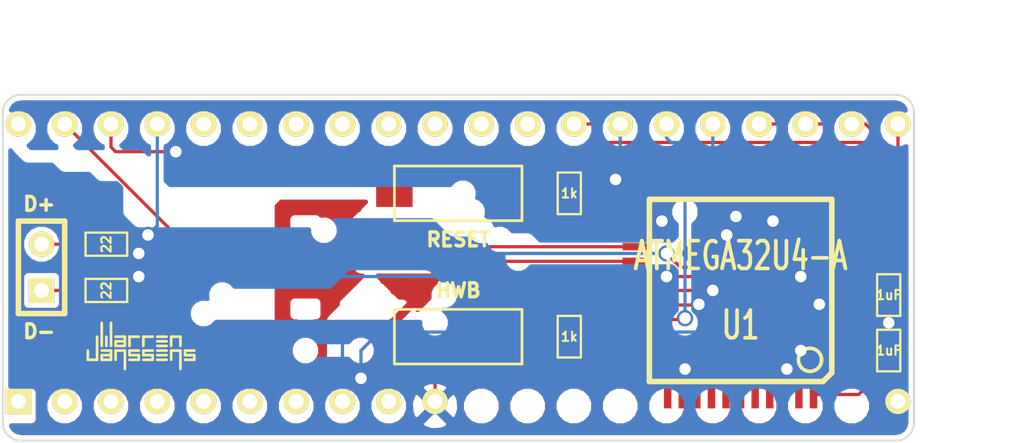
<source format=kicad_pcb>
(kicad_pcb (version 3) (host pcbnew "(2014-01-10 BZR 4027)-stable")

  (general
    (links 50)
    (no_connects 14)
    (area 21.949999 20.949999 72.050001 40.050001)
    (thickness 1.6)
    (drawings 14)
    (tracks 191)
    (zones 0)
    (modules 12)
    (nets 31)
  )

  (page USLetter)
  (layers
    (15 F.Cu signal)
    (0 B.Cu signal)
    (16 B.Adhes user)
    (17 F.Adhes user)
    (18 B.Paste user)
    (19 F.Paste user)
    (20 B.SilkS user)
    (21 F.SilkS user)
    (22 B.Mask user)
    (23 F.Mask user)
    (24 Dwgs.User user)
    (25 Cmts.User user)
    (26 Eco1.User user)
    (27 Eco2.User user)
    (28 Edge.Cuts user)
  )

  (setup
    (last_trace_width 0.1778)
    (trace_clearance 0.1778)
    (zone_clearance 0.254)
    (zone_45_only no)
    (trace_min 0.1778)
    (segment_width 0.2)
    (edge_width 0.1)
    (via_size 0.889)
    (via_drill 0.635)
    (via_min_size 0.889)
    (via_min_drill 0.508)
    (uvia_size 0.508)
    (uvia_drill 0.127)
    (uvias_allowed no)
    (uvia_min_size 0.508)
    (uvia_min_drill 0.127)
    (pcb_text_width 0.3)
    (pcb_text_size 1.5 1.5)
    (mod_edge_width 0.15)
    (mod_text_size 1 1)
    (mod_text_width 0.15)
    (pad_size 1.397 1.397)
    (pad_drill 0.8128)
    (pad_to_mask_clearance 0)
    (aux_axis_origin 0 0)
    (visible_elements FFFFFFBF)
    (pcbplotparams
      (layerselection 3178497)
      (usegerberextensions true)
      (excludeedgelayer true)
      (linewidth 0.150000)
      (plotframeref false)
      (viasonmask false)
      (mode 1)
      (useauxorigin false)
      (hpglpennumber 1)
      (hpglpenspeed 20)
      (hpglpendiameter 15)
      (hpglpenoverlay 2)
      (psnegative false)
      (psa4output false)
      (plotreference true)
      (plotvalue true)
      (plotothertext true)
      (plotinvisibletext false)
      (padsonsilk false)
      (subtractmaskfromsilk false)
      (outputformat 1)
      (mirror false)
      (drillshape 1)
      (scaleselection 1)
      (outputdirectory ""))
  )

  (net 0 "")
  (net 1 /A)
  (net 2 /B)
  (net 3 /BUZZ)
  (net 4 /C)
  (net 5 /D+)
  (net 6 /DL1)
  (net 7 /DL2)
  (net 8 /DR1)
  (net 9 /DR2)
  (net 10 /G)
  (net 11 /HWB)
  (net 12 /KP)
  (net 13 /PGM)
  (net 14 /R1)
  (net 15 /R2)
  (net 16 /R3)
  (net 17 /R4)
  (net 18 /R5)
  (net 19 /R6)
  (net 20 /R7)
  (net 21 /R8)
  (net 22 /RESET)
  (net 23 /SCL)
  (net 24 /SDA)
  (net 25 /UCAP)
  (net 26 GND)
  (net 27 N-0000010)
  (net 28 N-0000020)
  (net 29 N-0000027)
  (net 30 VCC)

  (net_class Default "This is the default net class."
    (clearance 0.1778)
    (trace_width 0.1778)
    (via_dia 0.889)
    (via_drill 0.635)
    (uvia_dia 0.508)
    (uvia_drill 0.127)
    (add_net "")
    (add_net /A)
    (add_net /B)
    (add_net /BUZZ)
    (add_net /C)
    (add_net /D+)
    (add_net /DL1)
    (add_net /DL2)
    (add_net /DR1)
    (add_net /DR2)
    (add_net /G)
    (add_net /HWB)
    (add_net /KP)
    (add_net /PGM)
    (add_net /R1)
    (add_net /R2)
    (add_net /R3)
    (add_net /R4)
    (add_net /R5)
    (add_net /R6)
    (add_net /R7)
    (add_net /R8)
    (add_net /RESET)
    (add_net /SCL)
    (add_net /SDA)
    (add_net /UCAP)
    (add_net GND)
    (add_net N-0000010)
    (add_net N-0000020)
    (add_net N-0000027)
    (add_net VCC)
  )

  (module DIP-40__600 (layer F.Cu) (tedit 5462EE12) (tstamp 545A79B3)
    (at 46.99 30.226)
    (descr "Module Dil 40 pins, pads ronds, e=600 mils")
    (tags DIL)
    (path /545A62EA)
    (fp_text reference IC2 (at -19.05 -3.81) (layer F.SilkS) hide
      (effects (font (size 1.778 1.143) (thickness 0.28575)))
    )
    (fp_text value AT90S8515-P (at 13.97 2.54) (layer F.SilkS) hide
      (effects (font (size 1.778 1.778) (thickness 0.3048)))
    )
    (pad 1 thru_hole rect (at -24.13 7.62) (size 1.397 1.397) (drill 0.8128)
      (layers *.Cu *.Mask F.SilkS)
      (net 7 /DL2)
    )
    (pad 2 thru_hole circle (at -21.59 7.62) (size 1.397 1.397) (drill 0.8128)
      (layers *.Cu *.Mask F.SilkS)
      (net 8 /DR1)
    )
    (pad 3 thru_hole circle (at -19.05 7.62) (size 1.397 1.397) (drill 0.8128)
      (layers *.Cu *.Mask F.SilkS)
      (net 9 /DR2)
    )
    (pad 4 thru_hole circle (at -16.51 7.62) (size 1.397 1.397) (drill 0.8128)
      (layers *.Cu *.Mask F.SilkS)
      (net 6 /DL1)
    )
    (pad 5 thru_hole circle (at -13.97 7.62) (size 1.397 1.397) (drill 0.8128)
      (layers *.Cu *.Mask F.SilkS)
      (net 12 /KP)
    )
    (pad 6 thru_hole circle (at -11.43 7.62) (size 1.397 1.397) (drill 0.8128)
      (layers *.Cu *.Mask F.SilkS)
      (net 13 /PGM)
    )
    (pad 7 thru_hole circle (at -8.89 7.62) (size 1.397 1.397) (drill 0.8128)
      (layers *.Cu *.Mask F.SilkS)
      (net 23 /SCL)
    )
    (pad 8 thru_hole circle (at -6.35 7.62) (size 1.397 1.397) (drill 0.8128)
      (layers *.Cu *.Mask F.SilkS)
      (net 24 /SDA)
    )
    (pad 9 thru_hole circle (at -3.81 7.62) (size 1.397 1.397) (drill 0.8128)
      (layers *.Cu *.Mask F.SilkS)
    )
    (pad 10 thru_hole circle (at -1.27 7.62) (size 1.397 1.397) (drill 0.8128)
      (layers *.Cu *.Mask F.SilkS)
      (net 26 GND)
    )
    (pad 20 thru_hole circle (at 24.13 7.62) (size 1.397 1.397) (drill 0.8128)
      (layers *.Cu *.Mask F.SilkS)
      (net 26 GND)
    )
    (pad 21 thru_hole circle (at 24.13 -7.62) (size 1.397 1.397) (drill 0.8128)
      (layers *.Cu *.Mask F.SilkS)
      (net 14 /R1)
    )
    (pad 22 thru_hole circle (at 21.59 -7.62) (size 1.397 1.397) (drill 0.8128)
      (layers *.Cu *.Mask F.SilkS)
      (net 15 /R2)
    )
    (pad 23 thru_hole circle (at 19.05 -7.62) (size 1.397 1.397) (drill 0.8128)
      (layers *.Cu *.Mask F.SilkS)
      (net 16 /R3)
    )
    (pad 24 thru_hole circle (at 16.51 -7.62) (size 1.397 1.397) (drill 0.8128)
      (layers *.Cu *.Mask F.SilkS)
      (net 17 /R4)
    )
    (pad 25 thru_hole circle (at 13.97 -7.62) (size 1.397 1.397) (drill 0.8128)
      (layers *.Cu *.Mask F.SilkS)
      (net 18 /R5)
    )
    (pad 26 thru_hole circle (at 11.43 -7.62) (size 1.397 1.397) (drill 0.8128)
      (layers *.Cu *.Mask F.SilkS)
      (net 19 /R6)
    )
    (pad 27 thru_hole circle (at 8.89 -7.62) (size 1.397 1.397) (drill 0.8128)
      (layers *.Cu *.Mask F.SilkS)
      (net 20 /R7)
    )
    (pad 28 thru_hole circle (at 6.35 -7.62) (size 1.397 1.397) (drill 0.8128)
      (layers *.Cu *.Mask F.SilkS)
      (net 21 /R8)
    )
    (pad 29 thru_hole circle (at 3.81 -7.62) (size 1.397 1.397) (drill 0.8128)
      (layers *.Cu *.Mask F.SilkS)
    )
    (pad 30 thru_hole circle (at 1.27 -7.62) (size 1.397 1.397) (drill 0.8128)
      (layers *.Cu *.Mask F.SilkS)
    )
    (pad 31 thru_hole circle (at -1.27 -7.62) (size 1.397 1.397) (drill 0.8128)
      (layers *.Cu *.Mask F.SilkS)
    )
    (pad 32 thru_hole circle (at -3.81 -7.62) (size 1.397 1.397) (drill 0.8128)
      (layers *.Cu *.Mask F.SilkS)
      (net 3 /BUZZ)
    )
    (pad 33 thru_hole circle (at -6.35 -7.62) (size 1.397 1.397) (drill 0.8128)
      (layers *.Cu *.Mask F.SilkS)
    )
    (pad 34 thru_hole circle (at -8.89 -7.62) (size 1.397 1.397) (drill 0.8128)
      (layers *.Cu *.Mask F.SilkS)
    )
    (pad 35 thru_hole circle (at -11.43 -7.62) (size 1.397 1.397) (drill 0.8128)
      (layers *.Cu *.Mask F.SilkS)
    )
    (pad 36 thru_hole circle (at -13.97 -7.62) (size 1.397 1.397) (drill 0.8128)
      (layers *.Cu *.Mask F.SilkS)
      (net 10 /G)
    )
    (pad 37 thru_hole circle (at -16.51 -7.62) (size 1.397 1.397) (drill 0.8128)
      (layers *.Cu *.Mask F.SilkS)
      (net 4 /C)
    )
    (pad 38 thru_hole circle (at -19.05 -7.62) (size 1.397 1.397) (drill 0.8128)
      (layers *.Cu *.Mask F.SilkS)
      (net 2 /B)
    )
    (pad 39 thru_hole circle (at -21.59 -7.62) (size 1.397 1.397) (drill 0.8128)
      (layers *.Cu *.Mask F.SilkS)
      (net 1 /A)
    )
    (pad 40 thru_hole circle (at -24.13 -7.62) (size 1.397 1.397) (drill 0.8128)
      (layers *.Cu *.Mask F.SilkS)
      (net 30 VCC)
    )
    (model dil/dil_40-w600.wrl
      (at (xyz 0 0 0))
      (scale (xyz 1 1 1))
      (rotate (xyz 0 0 0))
    )
  )

  (module SW_6x3 (layer F.Cu) (tedit 54593FDE) (tstamp 545A7930)
    (at 46.99 26.416)
    (descr "Switch 6x3mm")
    (tags SWITCH)
    (path /54580AA8)
    (fp_text reference SW1 (at 0 -1) (layer F.SilkS) hide
      (effects (font (size 1 1) (thickness 0.15)))
    )
    (fp_text value SW_PUSH_SMALL (at 0 1) (layer F.SilkS) hide
      (effects (font (size 1 1) (thickness 0.15)))
    )
    (fp_line (start 3.5 1.5) (end 3.5 -1.5) (layer F.SilkS) (width 0.15))
    (fp_line (start 3.5 -1.5) (end -3.5 -1.5) (layer F.SilkS) (width 0.15))
    (fp_line (start -3.5 -1.5) (end -3.5 1.5) (layer F.SilkS) (width 0.15))
    (fp_line (start -3.5 1.5) (end 3.5 1.5) (layer F.SilkS) (width 0.15))
    (pad 1 smd rect (at -3.5 0) (size 2 1.5)
      (layers F.Cu F.Paste F.Mask)
      (net 26 GND)
    )
    (pad 2 smd rect (at 3.5 0) (size 2 1.5)
      (layers F.Cu F.Paste F.Mask)
      (net 22 /RESET)
    )
  )

  (module SW_6x3 (layer F.Cu) (tedit 54593FDE) (tstamp 545A793A)
    (at 46.99 34.29 180)
    (descr "Switch 6x3mm")
    (tags SWITCH)
    (path /5458175B)
    (fp_text reference SW2 (at 0 -1 180) (layer F.SilkS) hide
      (effects (font (size 1 1) (thickness 0.15)))
    )
    (fp_text value SW_PUSH_SMALL (at 0 1 180) (layer F.SilkS) hide
      (effects (font (size 1 1) (thickness 0.15)))
    )
    (fp_line (start 3.5 1.5) (end 3.5 -1.5) (layer F.SilkS) (width 0.15))
    (fp_line (start 3.5 -1.5) (end -3.5 -1.5) (layer F.SilkS) (width 0.15))
    (fp_line (start -3.5 -1.5) (end -3.5 1.5) (layer F.SilkS) (width 0.15))
    (fp_line (start -3.5 1.5) (end 3.5 1.5) (layer F.SilkS) (width 0.15))
    (pad 1 smd rect (at -3.5 0 180) (size 2 1.5)
      (layers F.Cu F.Paste F.Mask)
      (net 11 /HWB)
    )
    (pad 2 smd rect (at 3.5 0 180) (size 2 1.5)
      (layers F.Cu F.Paste F.Mask)
      (net 26 GND)
    )
  )

  (module SM0603_VALUE (layer F.Cu) (tedit 545A9178) (tstamp 545A7944)
    (at 70.612 32.004 90)
    (path /545804FB)
    (attr smd)
    (fp_text reference C4 (at 0 0 90) (layer F.SilkS) hide
      (effects (font (size 0.508 0.508) (thickness 0.1143)))
    )
    (fp_text value 1uF (at 0 0 180) (layer F.SilkS)
      (effects (font (size 0.508 0.508) (thickness 0.1143)))
    )
    (fp_line (start -1.143 -0.635) (end 1.143 -0.635) (layer F.SilkS) (width 0.127))
    (fp_line (start 1.143 -0.635) (end 1.143 0.635) (layer F.SilkS) (width 0.127))
    (fp_line (start 1.143 0.635) (end -1.143 0.635) (layer F.SilkS) (width 0.127))
    (fp_line (start -1.143 0.635) (end -1.143 -0.635) (layer F.SilkS) (width 0.127))
    (pad 1 smd rect (at -0.762 0 90) (size 0.635 1.143)
      (layers F.Cu F.Paste F.Mask)
      (net 26 GND)
      (zone_connect 2)
    )
    (pad 2 smd rect (at 0.762 0 90) (size 0.635 1.143)
      (layers F.Cu F.Paste F.Mask)
      (net 25 /UCAP)
    )
    (model smd\resistors\R0603.wrl
      (at (xyz 0 0 0.001))
      (scale (xyz 0.5 0.5 0.5))
      (rotate (xyz 0 0 0))
    )
  )

  (module SM0603_VALUE (layer F.Cu) (tedit 53CEE6C5) (tstamp 545A794E)
    (at 27.686 31.75)
    (path /545805E8)
    (attr smd)
    (fp_text reference R3 (at 0 0) (layer F.SilkS) hide
      (effects (font (size 0.508 0.508) (thickness 0.1143)))
    )
    (fp_text value 22 (at 0 0 90) (layer F.SilkS)
      (effects (font (size 0.508 0.508) (thickness 0.1143)))
    )
    (fp_line (start -1.143 -0.635) (end 1.143 -0.635) (layer F.SilkS) (width 0.127))
    (fp_line (start 1.143 -0.635) (end 1.143 0.635) (layer F.SilkS) (width 0.127))
    (fp_line (start 1.143 0.635) (end -1.143 0.635) (layer F.SilkS) (width 0.127))
    (fp_line (start -1.143 0.635) (end -1.143 -0.635) (layer F.SilkS) (width 0.127))
    (pad 1 smd rect (at -0.762 0) (size 0.635 1.143)
      (layers F.Cu F.Paste F.Mask)
      (net 29 N-0000027)
    )
    (pad 2 smd rect (at 0.762 0) (size 0.635 1.143)
      (layers F.Cu F.Paste F.Mask)
      (net 27 N-0000010)
    )
    (model smd\resistors\R0603.wrl
      (at (xyz 0 0 0.001))
      (scale (xyz 0.5 0.5 0.5))
      (rotate (xyz 0 0 0))
    )
  )

  (module SM0603_VALUE (layer F.Cu) (tedit 53CEE6C5) (tstamp 545A7958)
    (at 27.686 29.21)
    (path /545805FA)
    (attr smd)
    (fp_text reference R2 (at 0 0) (layer F.SilkS) hide
      (effects (font (size 0.508 0.508) (thickness 0.1143)))
    )
    (fp_text value 22 (at 0 0 90) (layer F.SilkS)
      (effects (font (size 0.508 0.508) (thickness 0.1143)))
    )
    (fp_line (start -1.143 -0.635) (end 1.143 -0.635) (layer F.SilkS) (width 0.127))
    (fp_line (start 1.143 -0.635) (end 1.143 0.635) (layer F.SilkS) (width 0.127))
    (fp_line (start 1.143 0.635) (end -1.143 0.635) (layer F.SilkS) (width 0.127))
    (fp_line (start -1.143 0.635) (end -1.143 -0.635) (layer F.SilkS) (width 0.127))
    (pad 1 smd rect (at -0.762 0) (size 0.635 1.143)
      (layers F.Cu F.Paste F.Mask)
      (net 28 N-0000020)
    )
    (pad 2 smd rect (at 0.762 0) (size 0.635 1.143)
      (layers F.Cu F.Paste F.Mask)
      (net 5 /D+)
    )
    (model smd\resistors\R0603.wrl
      (at (xyz 0 0 0.001))
      (scale (xyz 0.5 0.5 0.5))
      (rotate (xyz 0 0 0))
    )
  )

  (module SM0603_VALUE (layer F.Cu) (tedit 53CEE6C5) (tstamp 545A7962)
    (at 53.086 26.416 90)
    (path /54580AFB)
    (attr smd)
    (fp_text reference R4 (at 0 0 90) (layer F.SilkS) hide
      (effects (font (size 0.508 0.508) (thickness 0.1143)))
    )
    (fp_text value 1k (at 0 0 180) (layer F.SilkS)
      (effects (font (size 0.508 0.508) (thickness 0.1143)))
    )
    (fp_line (start -1.143 -0.635) (end 1.143 -0.635) (layer F.SilkS) (width 0.127))
    (fp_line (start 1.143 -0.635) (end 1.143 0.635) (layer F.SilkS) (width 0.127))
    (fp_line (start 1.143 0.635) (end -1.143 0.635) (layer F.SilkS) (width 0.127))
    (fp_line (start -1.143 0.635) (end -1.143 -0.635) (layer F.SilkS) (width 0.127))
    (pad 1 smd rect (at -0.762 0 90) (size 0.635 1.143)
      (layers F.Cu F.Paste F.Mask)
      (net 30 VCC)
    )
    (pad 2 smd rect (at 0.762 0 90) (size 0.635 1.143)
      (layers F.Cu F.Paste F.Mask)
      (net 22 /RESET)
    )
    (model smd\resistors\R0603.wrl
      (at (xyz 0 0 0.001))
      (scale (xyz 0.5 0.5 0.5))
      (rotate (xyz 0 0 0))
    )
  )

  (module SM0603_VALUE (layer F.Cu) (tedit 53CEE6C5) (tstamp 545A796C)
    (at 53.086 34.29 90)
    (path /5458183C)
    (attr smd)
    (fp_text reference R6 (at 0 0 90) (layer F.SilkS) hide
      (effects (font (size 0.508 0.508) (thickness 0.1143)))
    )
    (fp_text value 1k (at 0 0 180) (layer F.SilkS)
      (effects (font (size 0.508 0.508) (thickness 0.1143)))
    )
    (fp_line (start -1.143 -0.635) (end 1.143 -0.635) (layer F.SilkS) (width 0.127))
    (fp_line (start 1.143 -0.635) (end 1.143 0.635) (layer F.SilkS) (width 0.127))
    (fp_line (start 1.143 0.635) (end -1.143 0.635) (layer F.SilkS) (width 0.127))
    (fp_line (start -1.143 0.635) (end -1.143 -0.635) (layer F.SilkS) (width 0.127))
    (pad 1 smd rect (at -0.762 0 90) (size 0.635 1.143)
      (layers F.Cu F.Paste F.Mask)
      (net 11 /HWB)
    )
    (pad 2 smd rect (at 0.762 0 90) (size 0.635 1.143)
      (layers F.Cu F.Paste F.Mask)
      (net 30 VCC)
    )
    (model smd\resistors\R0603.wrl
      (at (xyz 0 0 0.001))
      (scale (xyz 0.5 0.5 0.5))
      (rotate (xyz 0 0 0))
    )
  )

  (module SM0603_VALUE (layer F.Cu) (tedit 545A9170) (tstamp 545A7976)
    (at 70.612 35.052 90)
    (path /5459532C)
    (attr smd)
    (fp_text reference C5 (at 0 0 90) (layer F.SilkS) hide
      (effects (font (size 0.508 0.508) (thickness 0.1143)))
    )
    (fp_text value 1uF (at 0 0 180) (layer F.SilkS)
      (effects (font (size 0.508 0.508) (thickness 0.1143)))
    )
    (fp_line (start -1.143 -0.635) (end 1.143 -0.635) (layer F.SilkS) (width 0.127))
    (fp_line (start 1.143 -0.635) (end 1.143 0.635) (layer F.SilkS) (width 0.127))
    (fp_line (start 1.143 0.635) (end -1.143 0.635) (layer F.SilkS) (width 0.127))
    (fp_line (start -1.143 0.635) (end -1.143 -0.635) (layer F.SilkS) (width 0.127))
    (pad 1 smd rect (at -0.762 0 90) (size 0.635 1.143)
      (layers F.Cu F.Paste F.Mask)
      (net 30 VCC)
    )
    (pad 2 smd rect (at 0.762 0 90) (size 0.635 1.143)
      (layers F.Cu F.Paste F.Mask)
      (net 26 GND)
      (zone_connect 2)
    )
    (model smd\resistors\R0603.wrl
      (at (xyz 0 0 0.001))
      (scale (xyz 0.5 0.5 0.5))
      (rotate (xyz 0 0 0))
    )
  )

  (module SIL-2 (layer F.Cu) (tedit 545A907B) (tstamp 545A7980)
    (at 24.13 30.48 90)
    (descr "Connecteurs 2 pins")
    (tags "CONN DEV")
    (path /5462FB05)
    (fp_text reference P1 (at 0 -2.54 90) (layer F.SilkS) hide
      (effects (font (size 1.72974 1.08712) (thickness 0.27178)))
    )
    (fp_text value CONN_2 (at 0 -2.54 90) (layer F.SilkS) hide
      (effects (font (size 1.524 1.016) (thickness 0.3048)))
    )
    (fp_line (start -2.54 1.27) (end -2.54 -1.27) (layer F.SilkS) (width 0.3048))
    (fp_line (start -2.54 -1.27) (end 2.54 -1.27) (layer F.SilkS) (width 0.3048))
    (fp_line (start 2.54 -1.27) (end 2.54 1.27) (layer F.SilkS) (width 0.3048))
    (fp_line (start 2.54 1.27) (end -2.54 1.27) (layer F.SilkS) (width 0.3048))
    (pad 1 thru_hole rect (at -1.27 0 90) (size 1.397 1.397) (drill 0.8128)
      (layers *.Cu *.Mask F.SilkS)
      (net 29 N-0000027)
    )
    (pad 2 thru_hole circle (at 1.27 0 90) (size 1.397 1.397) (drill 0.8128)
      (layers *.Cu *.Mask F.SilkS)
      (net 28 N-0000020)
    )
  )

  (module WJ10 (layer F.Cu) (tedit 5399BDF5) (tstamp 545C4077)
    (at 29.464 35.052)
    (fp_text reference WJ10 (at 0 0) (layer F.SilkS) hide
      (effects (font (size 1 1) (thickness 0.15)))
    )
    (fp_text value VAL** (at 0 0) (layer F.SilkS) hide
      (effects (font (size 1 1) (thickness 0.15)))
    )
    (fp_line (start -2.286 0.508) (end -2.286 -0.762) (layer F.SilkS) (width 0.15))
    (fp_line (start -2.794 0.508) (end -2.794 0) (layer F.SilkS) (width 0.15))
    (fp_line (start -2.286 0.508) (end -2.794 0.508) (layer F.SilkS) (width 0.15))
    (fp_line (start 3.048 0.508) (end 2.54 0.508) (layer F.SilkS) (width 0.15))
    (fp_line (start 3.048 0.254) (end 3.048 0.508) (layer F.SilkS) (width 0.15))
    (fp_line (start 2.54 0.254) (end 3.048 0.254) (layer F.SilkS) (width 0.15))
    (fp_line (start 2.54 0) (end 2.54 0.254) (layer F.SilkS) (width 0.15))
    (fp_line (start 3.048 0) (end 2.54 0) (layer F.SilkS) (width 0.15))
    (fp_line (start 2.286 0) (end 2.286 1.016) (layer F.SilkS) (width 0.15))
    (fp_line (start 1.778 0) (end 2.286 0) (layer F.SilkS) (width 0.15))
    (fp_line (start 1.778 0.508) (end 1.778 0) (layer F.SilkS) (width 0.15))
    (fp_line (start -0.762 0.508) (end -0.762 1.016) (layer F.SilkS) (width 0.15))
    (fp_line (start 1.016 0.508) (end 1.524 0.508) (layer F.SilkS) (width 0.15))
    (fp_line (start 1.016 0.254) (end 1.524 0.254) (layer F.SilkS) (width 0.15))
    (fp_line (start 1.016 0) (end 1.524 0) (layer F.SilkS) (width 0.15))
    (fp_line (start 0.762 0.508) (end 0.254 0.508) (layer F.SilkS) (width 0.15))
    (fp_line (start 0.762 0.254) (end 0.762 0.508) (layer F.SilkS) (width 0.15))
    (fp_line (start 0.254 0.254) (end 0.762 0.254) (layer F.SilkS) (width 0.15))
    (fp_line (start 0.254 0) (end 0.254 0.254) (layer F.SilkS) (width 0.15))
    (fp_line (start 0.762 0) (end 0.254 0) (layer F.SilkS) (width 0.15))
    (fp_line (start 0 0.508) (end -0.508 0.508) (layer F.SilkS) (width 0.15))
    (fp_line (start 0 0.254) (end 0 0.508) (layer F.SilkS) (width 0.15))
    (fp_line (start -0.508 0.254) (end 0 0.254) (layer F.SilkS) (width 0.15))
    (fp_line (start -0.508 0) (end -0.508 0.254) (layer F.SilkS) (width 0.15))
    (fp_line (start 0 0) (end -0.508 0) (layer F.SilkS) (width 0.15))
    (fp_line (start -0.762 0.508) (end -0.762 0) (layer F.SilkS) (width 0.15))
    (fp_line (start -1.27 0) (end -0.762 0) (layer F.SilkS) (width 0.15))
    (fp_line (start -1.27 0.508) (end -1.27 0) (layer F.SilkS) (width 0.15))
    (fp_line (start -2.032 0.508) (end -1.524 0.508) (layer F.SilkS) (width 0.15))
    (fp_line (start -2.032 0.254) (end -2.032 0.508) (layer F.SilkS) (width 0.15))
    (fp_line (start -2.032 0.254) (end -1.524 0.254) (layer F.SilkS) (width 0.15))
    (fp_line (start -1.524 0) (end -1.524 0.508) (layer F.SilkS) (width 0.15))
    (fp_line (start -2.032 0) (end -1.524 0) (layer F.SilkS) (width 0.15))
    (fp_line (start -1.524 -1.524) (end -1.524 -0.254) (layer F.SilkS) (width 0.15))
    (fp_line (start -1.778 -0.762) (end -1.778 -0.254) (layer F.SilkS) (width 0.15))
    (fp_line (start -2.032 -1.524) (end -2.032 -0.254) (layer F.SilkS) (width 0.15))
    (fp_line (start 2.286 -0.762) (end 2.286 -0.254) (layer F.SilkS) (width 0.15))
    (fp_line (start 1.778 -0.762) (end 2.286 -0.762) (layer F.SilkS) (width 0.15))
    (fp_line (start 1.778 -0.254) (end 1.778 -0.762) (layer F.SilkS) (width 0.15))
    (fp_line (start 1.016 -0.254) (end 1.524 -0.254) (layer F.SilkS) (width 0.15))
    (fp_line (start 1.016 -0.508) (end 1.524 -0.508) (layer F.SilkS) (width 0.15))
    (fp_line (start 1.016 -0.762) (end 1.524 -0.762) (layer F.SilkS) (width 0.15))
    (fp_line (start 0.254 -0.762) (end 0.762 -0.762) (layer F.SilkS) (width 0.15))
    (fp_line (start 0.254 -0.254) (end 0.254 -0.762) (layer F.SilkS) (width 0.15))
    (fp_line (start -0.508 -0.762) (end 0 -0.762) (layer F.SilkS) (width 0.15))
    (fp_line (start -0.508 -0.762) (end -0.508 -0.254) (layer F.SilkS) (width 0.15))
    (fp_line (start -1.27 -0.508) (end -0.762 -0.508) (layer F.SilkS) (width 0.15))
    (fp_line (start -1.27 -0.254) (end -1.27 -0.508) (layer F.SilkS) (width 0.15))
    (fp_line (start -0.762 -0.254) (end -1.27 -0.254) (layer F.SilkS) (width 0.15))
    (fp_line (start -0.762 -0.762) (end -0.762 -0.254) (layer F.SilkS) (width 0.15))
    (fp_line (start -1.27 -0.762) (end -0.762 -0.762) (layer F.SilkS) (width 0.15))
  )

  (module TQFP44 (layer F.Cu) (tedit 200000) (tstamp 5462E1F5)
    (at 62.484 31.75 180)
    (path /5462E0B1)
    (attr smd)
    (fp_text reference U1 (at 0 -1.905 180) (layer F.SilkS)
      (effects (font (size 1.524 1.016) (thickness 0.2032)))
    )
    (fp_text value ATMEGA32U4-A (at 0 1.905 180) (layer F.SilkS)
      (effects (font (size 1.524 1.016) (thickness 0.2032)))
    )
    (fp_line (start 5.0038 -5.0038) (end 5.0038 5.0038) (layer F.SilkS) (width 0.3048))
    (fp_line (start 5.0038 5.0038) (end -5.0038 5.0038) (layer F.SilkS) (width 0.3048))
    (fp_line (start -5.0038 -4.5212) (end -5.0038 5.0038) (layer F.SilkS) (width 0.3048))
    (fp_line (start -4.5212 -5.0038) (end 5.0038 -5.0038) (layer F.SilkS) (width 0.3048))
    (fp_line (start -5.0038 -4.5212) (end -4.5212 -5.0038) (layer F.SilkS) (width 0.3048))
    (fp_circle (center -3.81 -3.81) (end -3.81 -3.175) (layer F.SilkS) (width 0.2032))
    (pad 39 smd rect (at 0 -5.715 180) (size 0.4064 1.524)
      (layers F.Cu F.Paste F.Mask)
      (net 9 /DR2)
    )
    (pad 40 smd rect (at -0.8001 -5.715 180) (size 0.4064 1.524)
      (layers F.Cu F.Paste F.Mask)
      (net 8 /DR1)
    )
    (pad 41 smd rect (at -1.6002 -5.715 180) (size 0.4064 1.524)
      (layers F.Cu F.Paste F.Mask)
      (net 7 /DL2)
    )
    (pad 42 smd rect (at -2.4003 -5.715 180) (size 0.4064 1.524)
      (layers F.Cu F.Paste F.Mask)
      (net 26 GND)
    )
    (pad 43 smd rect (at -3.2004 -5.715 180) (size 0.4064 1.524)
      (layers F.Cu F.Paste F.Mask)
      (net 26 GND)
    )
    (pad 44 smd rect (at -4.0005 -5.715 180) (size 0.4064 1.524)
      (layers F.Cu F.Paste F.Mask)
      (net 30 VCC)
    )
    (pad 38 smd rect (at 0.8001 -5.715 180) (size 0.4064 1.524)
      (layers F.Cu F.Paste F.Mask)
      (net 6 /DL1)
    )
    (pad 37 smd rect (at 1.6002 -5.715 180) (size 0.4064 1.524)
      (layers F.Cu F.Paste F.Mask)
    )
    (pad 36 smd rect (at 2.4003 -5.715 180) (size 0.4064 1.524)
      (layers F.Cu F.Paste F.Mask)
    )
    (pad 35 smd rect (at 3.2004 -5.715 180) (size 0.4064 1.524)
      (layers F.Cu F.Paste F.Mask)
      (net 26 GND)
    )
    (pad 34 smd rect (at 4.0005 -5.715 180) (size 0.4064 1.524)
      (layers F.Cu F.Paste F.Mask)
      (net 30 VCC)
    )
    (pad 17 smd rect (at 0 5.715 180) (size 0.4064 1.524)
      (layers F.Cu F.Paste F.Mask)
    )
    (pad 16 smd rect (at -0.8001 5.715 180) (size 0.4064 1.524)
      (layers F.Cu F.Paste F.Mask)
    )
    (pad 15 smd rect (at -1.6002 5.715 180) (size 0.4064 1.524)
      (layers F.Cu F.Paste F.Mask)
      (net 26 GND)
    )
    (pad 14 smd rect (at -2.4003 5.715 180) (size 0.4064 1.524)
      (layers F.Cu F.Paste F.Mask)
      (net 30 VCC)
    )
    (pad 13 smd rect (at -3.2004 5.715 180) (size 0.4064 1.524)
      (layers F.Cu F.Paste F.Mask)
      (net 22 /RESET)
    )
    (pad 12 smd rect (at -4.0005 5.715 180) (size 0.4064 1.524)
      (layers F.Cu F.Paste F.Mask)
      (net 21 /R8)
    )
    (pad 18 smd rect (at 0.8001 5.715 180) (size 0.4064 1.524)
      (layers F.Cu F.Paste F.Mask)
      (net 23 /SCL)
    )
    (pad 19 smd rect (at 1.6002 5.715 180) (size 0.4064 1.524)
      (layers F.Cu F.Paste F.Mask)
      (net 24 /SDA)
    )
    (pad 20 smd rect (at 2.4003 5.715 180) (size 0.4064 1.524)
      (layers F.Cu F.Paste F.Mask)
    )
    (pad 21 smd rect (at 3.2004 5.715 180) (size 0.4064 1.524)
      (layers F.Cu F.Paste F.Mask)
    )
    (pad 22 smd rect (at 4.0005 5.715 180) (size 0.4064 1.524)
      (layers F.Cu F.Paste F.Mask)
      (net 2 /B)
    )
    (pad 6 smd rect (at -5.715 0 180) (size 1.524 0.4064)
      (layers F.Cu F.Paste F.Mask)
      (net 25 /UCAP)
    )
    (pad 28 smd rect (at 5.715 0 180) (size 1.524 0.4064)
      (layers F.Cu F.Paste F.Mask)
      (net 18 /R5)
    )
    (pad 7 smd rect (at -5.715 0.8001 180) (size 1.524 0.4064)
      (layers F.Cu F.Paste F.Mask)
      (net 30 VCC)
    )
    (pad 27 smd rect (at 5.715 0.8001 180) (size 1.524 0.4064)
      (layers F.Cu F.Paste F.Mask)
      (net 10 /G)
    )
    (pad 26 smd rect (at 5.715 1.6002 180) (size 1.524 0.4064)
      (layers F.Cu F.Paste F.Mask)
      (net 4 /C)
    )
    (pad 8 smd rect (at -5.715 1.6002 180) (size 1.524 0.4064)
      (layers F.Cu F.Paste F.Mask)
      (net 14 /R1)
    )
    (pad 9 smd rect (at -5.715 2.4003 180) (size 1.524 0.4064)
      (layers F.Cu F.Paste F.Mask)
      (net 15 /R2)
    )
    (pad 25 smd rect (at 5.715 2.4003 180) (size 1.524 0.4064)
      (layers F.Cu F.Paste F.Mask)
      (net 1 /A)
    )
    (pad 24 smd rect (at 5.715 3.2004 180) (size 1.524 0.4064)
      (layers F.Cu F.Paste F.Mask)
      (net 30 VCC)
    )
    (pad 10 smd rect (at -5.715 3.2004 180) (size 1.524 0.4064)
      (layers F.Cu F.Paste F.Mask)
      (net 16 /R3)
    )
    (pad 11 smd rect (at -5.715 4.0005 180) (size 1.524 0.4064)
      (layers F.Cu F.Paste F.Mask)
      (net 17 /R4)
    )
    (pad 23 smd rect (at 5.715 4.0005 180) (size 1.524 0.4064)
      (layers F.Cu F.Paste F.Mask)
      (net 26 GND)
    )
    (pad 29 smd rect (at 5.715 -0.8001 180) (size 1.524 0.4064)
      (layers F.Cu F.Paste F.Mask)
      (net 19 /R6)
    )
    (pad 5 smd rect (at -5.715 -0.8001 180) (size 1.524 0.4064)
      (layers F.Cu F.Paste F.Mask)
      (net 26 GND)
    )
    (pad 4 smd rect (at -5.715 -1.6002 180) (size 1.524 0.4064)
      (layers F.Cu F.Paste F.Mask)
      (net 5 /D+)
    )
    (pad 30 smd rect (at 5.715 -1.6002 180) (size 1.524 0.4064)
      (layers F.Cu F.Paste F.Mask)
      (net 20 /R7)
    )
    (pad 31 smd rect (at 5.715 -2.4003 180) (size 1.524 0.4064)
      (layers F.Cu F.Paste F.Mask)
      (net 13 /PGM)
    )
    (pad 3 smd rect (at -5.715 -2.4003 180) (size 1.524 0.4064)
      (layers F.Cu F.Paste F.Mask)
      (net 27 N-0000010)
    )
    (pad 2 smd rect (at -5.715 -3.2004 180) (size 1.524 0.4064)
      (layers F.Cu F.Paste F.Mask)
      (net 30 VCC)
    )
    (pad 32 smd rect (at 5.715 -3.2004 180) (size 1.524 0.4064)
      (layers F.Cu F.Paste F.Mask)
      (net 12 /KP)
    )
    (pad 33 smd rect (at 5.715 -4.0005 180) (size 1.524 0.4064)
      (layers F.Cu F.Paste F.Mask)
      (net 11 /HWB)
    )
    (pad 1 smd rect (at -5.715 -4.0005 180) (size 1.524 0.4064)
      (layers F.Cu F.Paste F.Mask)
      (net 3 /BUZZ)
    )
  )

  (dimension 19 (width 0.3) (layer Cmts.User)
    (gr_text "19.000 mm" (at 75.349999 30.5 270) (layer Cmts.User)
      (effects (font (size 1.5 1.5) (thickness 0.3)))
    )
    (feature1 (pts (xy 72 40) (xy 76.699999 40)))
    (feature2 (pts (xy 72 21) (xy 76.699999 21)))
    (crossbar (pts (xy 73.999999 21) (xy 73.999999 40)))
    (arrow1a (pts (xy 73.999999 40) (xy 73.413579 38.873497)))
    (arrow1b (pts (xy 73.999999 40) (xy 74.586419 38.873497)))
    (arrow2a (pts (xy 73.999999 21) (xy 73.413579 22.126503)))
    (arrow2b (pts (xy 73.999999 21) (xy 74.586419 22.126503)))
  )
  (gr_text HWB (at 46.99 31.75) (layer F.SilkS)
    (effects (font (size 0.762 0.762) (thickness 0.1905)))
  )
  (gr_text RESET (at 46.99 28.956) (layer F.SilkS)
    (effects (font (size 0.762 0.762) (thickness 0.1905)))
  )
  (gr_text D+ (at 24 27) (layer F.SilkS)
    (effects (font (size 0.762 0.762) (thickness 0.1905)))
  )
  (gr_text D- (at 24 34) (layer F.SilkS)
    (effects (font (size 0.762 0.762) (thickness 0.1905)))
  )
  (gr_line (start 22 39) (end 22 22) (angle 90) (layer Edge.Cuts) (width 0.1))
  (gr_line (start 71 40) (end 23 40) (angle 90) (layer Edge.Cuts) (width 0.1))
  (gr_line (start 72 22) (end 72 39) (angle 90) (layer Edge.Cuts) (width 0.1))
  (gr_line (start 23 21) (end 71 21) (angle 90) (layer Edge.Cuts) (width 0.1))
  (gr_arc (start 23 22) (end 22 22) (angle 90) (layer Edge.Cuts) (width 0.1))
  (gr_arc (start 23 39) (end 23 40) (angle 90) (layer Edge.Cuts) (width 0.1))
  (gr_arc (start 71 39) (end 72 39) (angle 90) (layer Edge.Cuts) (width 0.1))
  (gr_arc (start 71 22) (end 71 21) (angle 90) (layer Edge.Cuts) (width 0.1))
  (dimension 50 (width 0.3) (layer Cmts.User)
    (gr_text "50.000 mm" (at 47 17.650001) (layer Cmts.User)
      (effects (font (size 1.5 1.5) (thickness 0.3)))
    )
    (feature1 (pts (xy 72 21) (xy 72 16.300001)))
    (feature2 (pts (xy 22 21) (xy 22 16.300001)))
    (crossbar (pts (xy 22 19.000001) (xy 72 19.000001)))
    (arrow1a (pts (xy 72 19.000001) (xy 70.873497 19.586421)))
    (arrow1b (pts (xy 72 19.000001) (xy 70.873497 18.413581)))
    (arrow2a (pts (xy 22 19.000001) (xy 23.126503 19.586421)))
    (arrow2b (pts (xy 22 19.000001) (xy 23.126503 18.413581)))
  )

  (segment (start 56.769 29.3497) (end 32.1437 29.3497) (width 0.1778) (layer F.Cu) (net 1))
  (segment (start 32.1437 29.3497) (end 25.4 22.606) (width 0.1778) (layer F.Cu) (net 1) (tstamp 5462FAB4))
  (segment (start 58.4835 26.035) (end 56.007 26.035) (width 0.1778) (layer F.Cu) (net 2) (status 400000))
  (segment (start 27.94 23.876) (end 27.94 22.606) (width 0.1778) (layer F.Cu) (net 2) (tstamp 5462FBA6) (status 800000))
  (segment (start 28.194 24.13) (end 27.94 23.876) (width 0.1778) (layer F.Cu) (net 2) (tstamp 5462FBA5))
  (segment (start 31.496 24.13) (end 28.194 24.13) (width 0.1778) (layer F.Cu) (net 2) (tstamp 5462FBA4))
  (via (at 31.496 24.13) (size 0.889) (layers F.Cu B.Cu) (net 2))
  (segment (start 54.102 24.13) (end 31.496 24.13) (width 0.1778) (layer B.Cu) (net 2) (tstamp 5462FB97))
  (segment (start 55.626 25.654) (end 54.102 24.13) (width 0.1778) (layer B.Cu) (net 2) (tstamp 5462FB96))
  (via (at 55.626 25.654) (size 0.889) (layers F.Cu B.Cu) (net 2))
  (segment (start 56.007 26.035) (end 55.626 25.654) (width 0.1778) (layer F.Cu) (net 2) (tstamp 5462FB92))
  (segment (start 56.769 30.1498) (end 31.8262 30.1498) (width 0.1778) (layer F.Cu) (net 4) (status 400000))
  (segment (start 30.48 28.194) (end 30.48 22.606) (width 0.1778) (layer B.Cu) (net 4) (tstamp 5462FB88) (status 800000))
  (segment (start 29.972 28.702) (end 30.48 28.194) (width 0.1778) (layer B.Cu) (net 4) (tstamp 5462FB87))
  (via (at 29.972 28.702) (size 0.889) (layers F.Cu B.Cu) (net 4))
  (segment (start 30.3784 28.702) (end 29.972 28.702) (width 0.1778) (layer F.Cu) (net 4) (tstamp 5462FB81))
  (segment (start 31.8262 30.1498) (end 30.3784 28.702) (width 0.1778) (layer F.Cu) (net 4) (tstamp 5462FB75))
  (segment (start 68.199 33.3502) (end 62.5602 33.3502) (width 0.1778) (layer F.Cu) (net 5) (status 400000))
  (segment (start 28.956 29.21) (end 28.448 29.21) (width 0.1778) (layer F.Cu) (net 5) (tstamp 5462FC5F) (status 800000))
  (segment (start 29.464 29.718) (end 28.956 29.21) (width 0.1778) (layer F.Cu) (net 5) (tstamp 5462FC5E))
  (via (at 29.464 29.718) (size 0.889) (layers F.Cu B.Cu) (net 5))
  (segment (start 40.132 29.718) (end 29.464 29.718) (width 0.1778) (layer B.Cu) (net 5) (tstamp 5462FC56))
  (segment (start 49.53 29.718) (end 40.132 29.718) (width 0.1778) (layer B.Cu) (net 5) (tstamp 5462FC55))
  (segment (start 58.42 29.718) (end 49.53 29.718) (width 0.1778) (layer B.Cu) (net 5) (tstamp 5462FC54))
  (via (at 58.42 29.718) (size 0.889) (layers F.Cu B.Cu) (net 5))
  (segment (start 59.182 30.48) (end 58.42 29.718) (width 0.1778) (layer F.Cu) (net 5) (tstamp 5462FC4B))
  (segment (start 61.722 30.48) (end 59.182 30.48) (width 0.1778) (layer F.Cu) (net 5) (tstamp 5462FC4A))
  (segment (start 62.23 30.988) (end 61.722 30.48) (width 0.1778) (layer F.Cu) (net 5) (tstamp 5462FC49))
  (segment (start 62.23 33.02) (end 62.23 30.988) (width 0.1778) (layer F.Cu) (net 5) (tstamp 5462FC48))
  (segment (start 62.5602 33.3502) (end 62.23 33.02) (width 0.1778) (layer F.Cu) (net 5) (tstamp 5462FC3F))
  (segment (start 51.788 34.318) (end 50.518 34.318) (width 0.1778) (layer F.Cu) (net 11))
  (segment (start 50.518 34.318) (end 50.49 34.29) (width 0.1778) (layer F.Cu) (net 11) (tstamp 5462FA0B))
  (segment (start 54.356 35.052) (end 52.522 35.052) (width 0.1778) (layer F.Cu) (net 11))
  (segment (start 52.522 35.052) (end 51.788 34.318) (width 0.1778) (layer F.Cu) (net 11) (tstamp 5462F71F))
  (segment (start 51.788 34.318) (end 51.76 34.29) (width 0.1778) (layer F.Cu) (net 11) (tstamp 5462FA09))
  (segment (start 56.769 35.7505) (end 55.0545 35.7505) (width 0.1778) (layer F.Cu) (net 11))
  (segment (start 55.0545 35.7505) (end 54.356 35.052) (width 0.1778) (layer F.Cu) (net 11) (tstamp 5462F71C))
  (segment (start 71.12 22.606) (end 71.12 29.718) (width 0.1778) (layer F.Cu) (net 14))
  (segment (start 70.6882 30.1498) (end 68.199 30.1498) (width 0.1778) (layer F.Cu) (net 14) (tstamp 5462F373))
  (segment (start 71.12 29.718) (end 70.6882 30.1498) (width 0.1778) (layer F.Cu) (net 14) (tstamp 5462F372))
  (segment (start 68.58 22.606) (end 69.342 22.606) (width 0.1778) (layer F.Cu) (net 15))
  (segment (start 69.85 23.114) (end 70.358 23.622) (width 0.1778) (layer F.Cu) (net 15) (tstamp 5462F69E))
  (segment (start 69.342 22.606) (end 69.85 23.114) (width 0.1778) (layer F.Cu) (net 15) (tstamp 5462F69C))
  (segment (start 70.4723 29.3497) (end 68.199 29.3497) (width 0.1778) (layer F.Cu) (net 15) (tstamp 5462F37A))
  (segment (start 70.358 23.622) (end 70.612 23.876) (width 0.1778) (layer F.Cu) (net 15) (tstamp 5462F377))
  (segment (start 70.612 23.876) (end 70.612 29.21) (width 0.1778) (layer F.Cu) (net 15) (tstamp 5462F378))
  (segment (start 70.612 29.21) (end 70.4723 29.3497) (width 0.1778) (layer F.Cu) (net 15) (tstamp 5462F379))
  (segment (start 69.342 23.622) (end 67.564 23.622) (width 0.1778) (layer F.Cu) (net 16))
  (segment (start 70.104 24.384) (end 69.342 23.622) (width 0.1778) (layer F.Cu) (net 16))
  (segment (start 70.104 28.194) (end 69.7484 28.5496) (width 0.1778) (layer F.Cu) (net 16) (tstamp 5462F382))
  (segment (start 70.104 24.384) (end 70.104 28.194) (width 0.1778) (layer F.Cu) (net 16) (tstamp 5462F381))
  (segment (start 69.7484 28.5496) (end 68.199 28.5496) (width 0.1778) (layer F.Cu) (net 16) (tstamp 5462F383))
  (segment (start 67.056 22.606) (end 66.04 22.606) (width 0.1778) (layer F.Cu) (net 16) (tstamp 5462F784))
  (segment (start 67.31 23.114) (end 67.31 22.86) (width 0.1778) (layer F.Cu) (net 16))
  (segment (start 67.31 23.114) (end 67.31 23.368) (width 0.1778) (layer F.Cu) (net 16) (tstamp 5462F67A))
  (segment (start 67.31 23.368) (end 67.564 23.622) (width 0.1778) (layer F.Cu) (net 16))
  (segment (start 67.31 22.86) (end 67.056 22.606) (width 0.1778) (layer F.Cu) (net 16) (tstamp 5462F783))
  (segment (start 69.596 24.892) (end 69.596 24.739602) (width 0.1778) (layer F.Cu) (net 17))
  (segment (start 69.596 24.739602) (end 68.986398 24.13) (width 0.1778) (layer F.Cu) (net 17) (tstamp 5462F80C))
  (segment (start 65.278 23.622) (end 65.024 23.622) (width 0.1778) (layer F.Cu) (net 17))
  (segment (start 63.5 22.606) (end 64.516 22.606) (width 0.1778) (layer F.Cu) (net 17))
  (segment (start 67.564 24.13) (end 68.986398 24.13) (width 0.1778) (layer F.Cu) (net 17) (tstamp 5462F795))
  (segment (start 67.31 24.13) (end 66.802 23.622) (width 0.1778) (layer F.Cu) (net 17) (tstamp 5462F7AD))
  (segment (start 66.802 23.622) (end 65.278 23.622) (width 0.1778) (layer F.Cu) (net 17) (tstamp 5462F7AE))
  (segment (start 67.564 24.13) (end 67.31 24.13) (width 0.1778) (layer F.Cu) (net 17))
  (segment (start 65.024 23.622) (end 64.77 23.368) (width 0.1778) (layer F.Cu) (net 17) (tstamp 5462F7C2))
  (segment (start 64.77 23.368) (end 64.77 22.86) (width 0.1778) (layer F.Cu) (net 17) (tstamp 5462F7C3))
  (segment (start 64.77 22.86) (end 64.516 22.606) (width 0.1778) (layer F.Cu) (net 17) (tstamp 5462F7C4))
  (segment (start 69.2785 27.7495) (end 68.199 27.7495) (width 0.1778) (layer F.Cu) (net 17) (tstamp 5462F38D))
  (segment (start 69.596 27.432) (end 69.2785 27.7495) (width 0.1778) (layer F.Cu) (net 17) (tstamp 5462F38C))
  (segment (start 69.596 24.892) (end 69.596 27.432) (width 0.1778) (layer F.Cu) (net 17) (tstamp 5462F38B))
  (segment (start 56.769 31.75) (end 60.96 31.75) (width 0.1778) (layer F.Cu) (net 18))
  (segment (start 60.96 31.75) (end 60.96 22.606) (width 0.1778) (layer B.Cu) (net 18) (tstamp 5462F428))
  (via (at 60.96 31.75) (size 0.889) (layers F.Cu B.Cu) (net 18))
  (segment (start 58.42 22.606) (end 58.42 23.368) (width 0.1778) (layer B.Cu) (net 19))
  (segment (start 60.198 23.876) (end 60.198 32.512) (width 0.1778) (layer B.Cu) (net 19) (tstamp 5462F46E))
  (segment (start 59.944 23.622) (end 60.198 23.876) (width 0.1778) (layer B.Cu) (net 19) (tstamp 5462F46D))
  (segment (start 58.674 23.622) (end 59.944 23.622) (width 0.1778) (layer B.Cu) (net 19) (tstamp 5462F46B))
  (segment (start 58.42 23.368) (end 58.674 23.622) (width 0.1778) (layer B.Cu) (net 19) (tstamp 5462F46A))
  (segment (start 56.769 32.5501) (end 60.1599 32.5501) (width 0.1778) (layer F.Cu) (net 19))
  (via (at 60.198 32.512) (size 0.889) (layers F.Cu B.Cu) (net 19))
  (segment (start 60.1599 32.5501) (end 60.198 32.512) (width 0.1778) (layer F.Cu) (net 19) (tstamp 5462F435))
  (segment (start 55.88 22.606) (end 55.88 23.876) (width 0.1778) (layer B.Cu) (net 20))
  (segment (start 59.3598 33.3502) (end 56.769 33.3502) (width 0.1778) (layer F.Cu) (net 20) (tstamp 5462F48E))
  (segment (start 59.436 33.274) (end 59.3598 33.3502) (width 0.1778) (layer F.Cu) (net 20) (tstamp 5462F48D))
  (via (at 59.436 33.274) (size 0.889) (layers F.Cu B.Cu) (net 20))
  (segment (start 59.436 24.384) (end 59.436 33.274) (width 0.1778) (layer B.Cu) (net 20) (tstamp 5462F487))
  (segment (start 59.182 24.13) (end 59.436 24.384) (width 0.1778) (layer B.Cu) (net 20) (tstamp 5462F486))
  (segment (start 56.134 24.13) (end 59.182 24.13) (width 0.1778) (layer B.Cu) (net 20) (tstamp 5462F483))
  (segment (start 55.88 23.876) (end 56.134 24.13) (width 0.1778) (layer B.Cu) (net 20) (tstamp 5462F481))
  (segment (start 53.34 22.606) (end 54.356 22.606) (width 0.1778) (layer F.Cu) (net 21))
  (segment (start 66.4845 24.3205) (end 66.4845 26.035) (width 0.1778) (layer F.Cu) (net 21) (tstamp 5462F7F1))
  (segment (start 66.294 24.13) (end 66.4845 24.3205) (width 0.1778) (layer F.Cu) (net 21) (tstamp 5462F7EF))
  (segment (start 64.77 24.13) (end 66.294 24.13) (width 0.1778) (layer F.Cu) (net 21) (tstamp 5462F7ED))
  (segment (start 64.262 23.622) (end 64.77 24.13) (width 0.1778) (layer F.Cu) (net 21) (tstamp 5462F7EB))
  (segment (start 54.864 23.622) (end 64.262 23.622) (width 0.1778) (layer F.Cu) (net 21) (tstamp 5462F7E6))
  (segment (start 54.61 23.368) (end 54.864 23.622) (width 0.1778) (layer F.Cu) (net 21) (tstamp 5462F7E4))
  (segment (start 54.61 22.86) (end 54.61 23.368) (width 0.1778) (layer F.Cu) (net 21) (tstamp 5462F7E2))
  (segment (start 54.356 22.606) (end 54.61 22.86) (width 0.1778) (layer F.Cu) (net 21) (tstamp 5462F7DF))
  (segment (start 51.788 26.388) (end 50.518 26.388) (width 0.1778) (layer F.Cu) (net 22))
  (segment (start 50.518 26.388) (end 50.49 26.416) (width 0.1778) (layer F.Cu) (net 22) (tstamp 5462FA06))
  (segment (start 65.6844 26.035) (end 65.6844 24.7904) (width 0.1778) (layer F.Cu) (net 22))
  (segment (start 54.356 24.892) (end 54.356 25.654) (width 0.1778) (layer F.Cu) (net 22) (tstamp 5462F82A))
  (segment (start 54.61 24.638) (end 54.356 24.892) (width 0.1778) (layer F.Cu) (net 22) (tstamp 5462F828))
  (segment (start 65.532 24.638) (end 54.61 24.638) (width 0.1778) (layer F.Cu) (net 22) (tstamp 5462F825))
  (segment (start 65.6844 24.7904) (end 65.532 24.638) (width 0.1778) (layer F.Cu) (net 22) (tstamp 5462F824))
  (segment (start 54.356 25.654) (end 52.522 25.654) (width 0.1778) (layer F.Cu) (net 22))
  (segment (start 52.522 25.654) (end 51.788 26.388) (width 0.1778) (layer F.Cu) (net 22) (tstamp 5462F6EA))
  (segment (start 51.788 26.388) (end 51.76 26.416) (width 0.1778) (layer F.Cu) (net 22) (tstamp 5462FA04))
  (segment (start 62.23 27.686) (end 61.6839 27.1399) (width 0.1778) (layer F.Cu) (net 23))
  (segment (start 61.6839 27.1399) (end 61.6839 26.035) (width 0.1778) (layer F.Cu) (net 23) (tstamp 5462FBE0) (status 800000))
  (segment (start 38.1 37.846) (end 38.1 36.83) (width 0.1778) (layer F.Cu) (net 23))
  (segment (start 41.656 36.576) (end 41.656 35.052) (width 0.1778) (layer B.Cu) (net 23) (tstamp 5462F9E6))
  (via (at 41.656 36.576) (size 0.889) (layers F.Cu B.Cu) (net 23))
  (segment (start 38.354 36.576) (end 41.656 36.576) (width 0.1778) (layer F.Cu) (net 23) (tstamp 5462F9E1))
  (segment (start 38.1 36.83) (end 38.354 36.576) (width 0.1778) (layer F.Cu) (net 23) (tstamp 5462F9DF))
  (segment (start 42.164 34.544) (end 41.656 35.052) (width 0.1778) (layer B.Cu) (net 23) (tstamp 5462F997))
  (segment (start 61.976 34.544) (end 42.164 34.544) (width 0.1778) (layer B.Cu) (net 23) (tstamp 5462F996))
  (segment (start 62.484 34.036) (end 61.976 34.544) (width 0.1778) (layer B.Cu) (net 23) (tstamp 5462F995))
  (segment (start 62.484 27.94) (end 62.484 34.036) (width 0.1778) (layer B.Cu) (net 23) (tstamp 5462F992))
  (segment (start 62.23 27.686) (end 62.484 27.94) (width 0.1778) (layer B.Cu) (net 23) (tstamp 5462F991))
  (via (at 62.23 27.686) (size 0.889) (layers F.Cu B.Cu) (net 23))
  (segment (start 61.722 28.702) (end 61.6458 28.702) (width 0.1778) (layer F.Cu) (net 24))
  (segment (start 61.6458 28.702) (end 60.8838 27.94) (width 0.1778) (layer F.Cu) (net 24) (tstamp 5462FBF9))
  (segment (start 60.8838 27.94) (end 60.8838 26.035) (width 0.1778) (layer F.Cu) (net 24) (tstamp 5462FBFA) (status 800000))
  (segment (start 60.8838 26.035) (end 60.8838 27.94) (width 0.1778) (layer F.Cu) (net 24))
  (segment (start 40.64 34.544) (end 40.64 37.846) (width 0.1778) (layer B.Cu) (net 24) (tstamp 5462F986))
  (segment (start 41.148 34.036) (end 40.64 34.544) (width 0.1778) (layer B.Cu) (net 24) (tstamp 5462F983))
  (segment (start 61.468 34.036) (end 41.148 34.036) (width 0.1778) (layer B.Cu) (net 24) (tstamp 5462F981))
  (segment (start 61.722 33.782) (end 61.468 34.036) (width 0.1778) (layer B.Cu) (net 24) (tstamp 5462F97D))
  (segment (start 61.722 28.702) (end 61.722 33.782) (width 0.1778) (layer B.Cu) (net 24) (tstamp 5462F97C))
  (via (at 61.722 28.702) (size 0.889) (layers F.Cu B.Cu) (net 24))
  (segment (start 68.199 31.75) (end 70.104 31.75) (width 0.1778) (layer F.Cu) (net 25))
  (segment (start 70.104 31.75) (end 70.612 31.242) (width 0.1778) (layer F.Cu) (net 25) (tstamp 5462F3E3))
  (segment (start 45.72 37.846) (end 45.72 36.52) (width 0.1778) (layer F.Cu) (net 26))
  (segment (start 45.72 36.52) (end 43.49 34.29) (width 0.1778) (layer F.Cu) (net 26) (tstamp 5462F9FA))
  (segment (start 56.769 27.7495) (end 57.9755 27.7495) (width 0.1778) (layer F.Cu) (net 26))
  (via (at 58.166 27.94) (size 0.889) (layers F.Cu B.Cu) (net 26))
  (segment (start 57.9755 27.7495) (end 58.166 27.94) (width 0.1778) (layer F.Cu) (net 26) (tstamp 5462F8A8))
  (segment (start 64.0842 26.035) (end 64.0842 27.7622) (width 0.1778) (layer F.Cu) (net 26))
  (via (at 64.262 27.94) (size 0.889) (layers F.Cu B.Cu) (net 26))
  (segment (start 64.0842 27.7622) (end 64.262 27.94) (width 0.1778) (layer F.Cu) (net 26) (tstamp 5462F899))
  (segment (start 59.2836 37.465) (end 59.2836 36.2204) (width 0.1778) (layer F.Cu) (net 26))
  (via (at 59.436 36.068) (size 0.889) (layers F.Cu B.Cu) (net 26))
  (segment (start 59.2836 36.2204) (end 59.436 36.068) (width 0.1778) (layer F.Cu) (net 26) (tstamp 5462F87C))
  (segment (start 68.199 32.5501) (end 66.8401 32.5501) (width 0.1778) (layer F.Cu) (net 26))
  (via (at 66.802 32.512) (size 0.889) (layers F.Cu B.Cu) (net 26))
  (segment (start 66.8401 32.5501) (end 66.802 32.512) (width 0.1778) (layer F.Cu) (net 26) (tstamp 5462F86C))
  (segment (start 64.8843 37.465) (end 64.8843 36.2077) (width 0.1778) (layer F.Cu) (net 26))
  (segment (start 65.6844 36.7284) (end 65.024 36.068) (width 0.1778) (layer F.Cu) (net 26) (tstamp 5462F4C2))
  (via (at 65.024 36.068) (size 0.889) (layers F.Cu B.Cu) (net 26))
  (segment (start 65.6844 36.7284) (end 65.6844 37.465) (width 0.1778) (layer F.Cu) (net 26))
  (segment (start 64.8843 36.2077) (end 65.024 36.068) (width 0.1778) (layer F.Cu) (net 26) (tstamp 5462F4CB))
  (via (at 70.612 33.528) (size 0.889) (layers F.Cu B.Cu) (net 26))
  (segment (start 70.612 32.766) (end 70.612 33.528) (width 0.1778) (layer F.Cu) (net 26))
  (segment (start 70.612 33.528) (end 70.612 34.29) (width 0.1778) (layer F.Cu) (net 26) (tstamp 5462F3EF))
  (segment (start 68.199 32.5501) (end 70.3961 32.5501) (width 0.1778) (layer F.Cu) (net 26))
  (segment (start 70.3961 32.5501) (end 70.612 32.766) (width 0.1778) (layer F.Cu) (net 26) (tstamp 5462F3E6))
  (segment (start 68.199 34.1503) (end 62.3443 34.1503) (width 0.1778) (layer F.Cu) (net 27) (status 400000))
  (segment (start 28.702 31.75) (end 28.448 31.75) (width 0.1778) (layer F.Cu) (net 27) (tstamp 5462FC2F) (status C00000))
  (segment (start 29.464 30.988) (end 28.702 31.75) (width 0.1778) (layer F.Cu) (net 27) (tstamp 5462FC2E) (status 800000))
  (via (at 29.464 30.988) (size 0.889) (layers F.Cu B.Cu) (net 27))
  (segment (start 43.942 30.988) (end 29.464 30.988) (width 0.1778) (layer B.Cu) (net 27) (tstamp 5462FC18))
  (segment (start 58.42 30.988) (end 43.942 30.988) (width 0.1778) (layer B.Cu) (net 27) (tstamp 5462FC17))
  (via (at 58.42 30.988) (size 0.889) (layers F.Cu B.Cu) (net 27))
  (segment (start 61.214 30.988) (end 58.42 30.988) (width 0.1778) (layer F.Cu) (net 27) (tstamp 5462FC0A))
  (segment (start 61.722 31.496) (end 61.214 30.988) (width 0.1778) (layer F.Cu) (net 27) (tstamp 5462FC08))
  (segment (start 61.722 33.528) (end 61.722 31.496) (width 0.1778) (layer F.Cu) (net 27) (tstamp 5462FC06))
  (segment (start 62.3443 34.1503) (end 61.722 33.528) (width 0.1778) (layer F.Cu) (net 27) (tstamp 5462FC01))
  (segment (start 24.13 29.21) (end 26.924 29.21) (width 0.1778) (layer F.Cu) (net 28) (status C00000))
  (segment (start 24.13 31.75) (end 26.924 31.75) (width 0.1778) (layer F.Cu) (net 29) (status C00000))
  (segment (start 68.199 34.9504) (end 65.8876 34.9504) (width 0.1778) (layer F.Cu) (net 30) (status 400000))
  (segment (start 66.294 30.48) (end 66.802 30.48) (width 0.1778) (layer F.Cu) (net 30) (tstamp 5462FC87))
  (segment (start 65.786 30.988) (end 66.294 30.48) (width 0.1778) (layer F.Cu) (net 30) (tstamp 5462FC86))
  (via (at 65.786 30.988) (size 0.889) (layers F.Cu B.Cu) (net 30))
  (segment (start 65.786 35.052) (end 65.786 30.988) (width 0.1778) (layer B.Cu) (net 30) (tstamp 5462FC83))
  (via (at 65.786 35.052) (size 0.889) (layers F.Cu B.Cu) (net 30))
  (segment (start 65.8876 34.9504) (end 65.786 35.052) (width 0.1778) (layer F.Cu) (net 30) (tstamp 5462FC7F))
  (segment (start 56.769 28.5496) (end 54.4576 28.5496) (width 0.1778) (layer F.Cu) (net 30) (status 400000))
  (segment (start 54.4576 28.5496) (end 53.086 27.178) (width 0.1778) (layer F.Cu) (net 30) (tstamp 5462FBBB) (status 800000))
  (segment (start 68.199 30.9499) (end 67.2719 30.9499) (width 0.1778) (layer F.Cu) (net 30))
  (segment (start 67.2719 30.9499) (end 66.802 30.48) (width 0.1778) (layer F.Cu) (net 30) (tstamp 5462F84F))
  (segment (start 64.8843 27.2923) (end 64.8843 26.035) (width 0.1778) (layer F.Cu) (net 30) (tstamp 5462F858))
  (segment (start 66.802 30.48) (end 66.802 27.686) (width 0.1778) (layer F.Cu) (net 30) (tstamp 5462F851))
  (segment (start 66.802 27.686) (end 66.548 27.432) (width 0.1778) (layer F.Cu) (net 30) (tstamp 5462F854))
  (segment (start 66.548 27.432) (end 65.024 27.432) (width 0.1778) (layer F.Cu) (net 30) (tstamp 5462F855))
  (segment (start 65.024 27.432) (end 64.8843 27.2923) (width 0.1778) (layer F.Cu) (net 30) (tstamp 5462F857))
  (segment (start 66.4845 37.465) (end 68.961 37.465) (width 0.1778) (layer F.Cu) (net 30))
  (segment (start 68.961 37.465) (end 70.612 35.814) (width 0.1778) (layer F.Cu) (net 30) (tstamp 5462F594))
  (segment (start 68.199 34.9504) (end 69.7484 34.9504) (width 0.1778) (layer F.Cu) (net 30))
  (segment (start 69.7484 34.9504) (end 70.612 35.814) (width 0.1778) (layer F.Cu) (net 30) (tstamp 5462F3EB))

  (zone (net 26) (net_name GND) (layer F.Cu) (tstamp 545A8C84) (hatch edge 0.508)
    (connect_pads (clearance 0.254))
    (min_thickness 0.254)
    (fill (arc_segments 16) (thermal_gap 0.508) (thermal_bridge_width 0.508))
    (polygon
      (pts
        (xy 72 40) (xy 22 40) (xy 22 21) (xy 72 21)
      )
    )
    (filled_polygon
      (pts
        (xy 41.914495 26.8859) (xy 41.898677 26.901691) (xy 41.580776 27.219592) (xy 41.536691 27.325759) (xy 41.43121 27.369344)
        (xy 41.32394 27.476427) (xy 41.006039 27.794328) (xy 40.967236 27.887774) (xy 40.874434 27.92612) (xy 40.767164 28.033203)
        (xy 40.449585 28.350781) (xy 40.449643 28.284518) (xy 40.324233 27.981002) (xy 40.092219 27.748583) (xy 39.788923 27.622643)
        (xy 39.464148 27.62236) (xy 39.395601 27.553692) (xy 39.255618 27.495566) (xy 39.104047 27.495434) (xy 37.961047 27.495434)
        (xy 37.820963 27.553316) (xy 37.713692 27.660399) (xy 37.655566 27.800382) (xy 37.655434 27.951953) (xy 37.655434 28.586953)
        (xy 37.713316 28.727037) (xy 37.820399 28.834308) (xy 37.960382 28.892434) (xy 38.111953 28.892566) (xy 38.914498 28.892566)
        (xy 38.923767 28.914998) (xy 39.155781 29.147417) (xy 39.459077 29.273357) (xy 39.785102 29.27364) (xy 41.32373 30.812269)
        (xy 41.323731 30.812269) (xy 41.476176 30.91413) (xy 41.476177 30.914131) (xy 41.655999 30.949899) (xy 41.656 30.9499)
        (xy 41.740714 30.9499) (xy 40.427711 32.262904) (xy 40.369585 32.402887) (xy 40.369488 32.513397) (xy 39.799731 33.083155)
        (xy 39.697869 33.235601) (xy 39.6621 33.415424) (xy 39.6621 33.528) (xy 39.6621 35.365361) (xy 39.429361 35.5981)
        (xy 39.2294 35.5981) (xy 39.307417 35.520219) (xy 39.433357 35.216923) (xy 39.433643 34.888518) (xy 39.308233 34.585002)
        (xy 39.0779 34.354266) (xy 39.0779 33.464566) (xy 39.254953 33.464566) (xy 39.395037 33.406684) (xy 39.502308 33.299601)
        (xy 39.560434 33.159618) (xy 39.560566 33.008047) (xy 39.560566 32.373047) (xy 39.502684 32.232963) (xy 39.395601 32.125692)
        (xy 39.255618 32.067566) (xy 39.104047 32.067434) (xy 37.961047 32.067434) (xy 37.820963 32.125316) (xy 37.713692 32.232399)
        (xy 37.655566 32.372382) (xy 37.655434 32.523953) (xy 37.655434 33.158953) (xy 37.713316 33.299037) (xy 37.820399 33.406308)
        (xy 37.960382 33.464434) (xy 38.111953 33.464566) (xy 38.1381 33.464566) (xy 38.1381 34.354663) (xy 37.908583 34.583781)
        (xy 37.782643 34.887077) (xy 37.782357 35.215482) (xy 37.907767 35.518998) (xy 37.986731 35.5981) (xy 36.694438 35.5981)
        (xy 36.908269 35.38427) (xy 36.908269 35.384269) (xy 37.010131 35.231823) (xy 37.045899 35.052) (xy 37.0459 35.052)
        (xy 37.0459 27.432) (xy 37.0459 27.118638) (xy 37.278638 26.8859) (xy 41.914495 26.8859)
      )
    )
    (filled_polygon
      (pts
        (xy 47.2821 32.317361) (xy 46.4548 33.144661) (xy 46.420233 33.061002) (xy 46.189101 32.829466) (xy 46.391482 32.829643)
        (xy 46.694998 32.704233) (xy 46.927417 32.472219) (xy 47.053357 32.168923) (xy 47.053643 31.840518) (xy 46.928233 31.537002)
        (xy 46.696219 31.304583) (xy 46.392923 31.178643) (xy 46.064518 31.178357) (xy 45.761002 31.303767) (xy 45.528583 31.535781)
        (xy 45.402643 31.839077) (xy 45.402359 32.165102) (xy 44.754521 32.81294) (xy 44.715396 32.718718) (xy 44.659174 32.662652)
        (xy 44.434668 32.662652) (xy 43.480965 33.616355) (xy 43.505434 33.640824) (xy 43.325829 33.820429) (xy 43.30136 33.79596)
        (xy 43.287217 33.810102) (xy 43.128266 33.651151) (xy 43.142409 33.637009) (xy 43.117939 33.612539) (xy 43.297544 33.432934)
        (xy 43.322014 33.457404) (xy 44.275717 32.503701) (xy 44.275717 32.279195) (xy 44.219651 32.222973) (xy 43.986346 32.126095)
        (xy 43.763306 32.1259) (xy 43.511624 31.874218) (xy 43.410545 31.832246) (xy 43.369056 31.731836) (xy 43.261973 31.624566)
        (xy 42.944072 31.306665) (xy 42.845536 31.265749) (xy 42.805096 31.167876) (xy 42.698013 31.060606) (xy 42.587307 30.9499)
        (xy 44.196 30.9499) (xy 47.049361 30.9499) (xy 47.2821 31.182638) (xy 47.2821 32.317361)
      )
    )
    (filled_polygon
      (pts
        (xy 71.569 38.95599) (xy 71.517912 39.213997) (xy 71.395828 39.397056) (xy 71.21413 39.518233) (xy 71.17511 39.525959)
        (xy 71.17511 33.644245) (xy 71.17511 32.395755) (xy 71.17511 28.564245) (xy 71.17511 27.315755) (xy 71.174889 27.063136)
        (xy 71.078013 26.829832) (xy 70.899229 26.651359) (xy 70.665755 26.55489) (xy 69.82575 26.555) (xy 69.667 26.71375)
        (xy 69.667 27.813) (xy 71.01625 27.813) (xy 71.175 27.65425) (xy 71.17511 27.315755) (xy 71.17511 28.564245)
        (xy 71.175 28.22575) (xy 71.01625 28.067) (xy 69.667 28.067) (xy 69.667 29.16625) (xy 69.82575 29.325)
        (xy 70.665755 29.32511) (xy 70.899229 29.228641) (xy 71.078013 29.050168) (xy 71.174889 28.816864) (xy 71.17511 28.564245)
        (xy 71.17511 32.395755) (xy 71.174889 32.143136) (xy 71.078013 31.909832) (xy 70.899229 31.731359) (xy 70.665755 31.63489)
        (xy 69.82575 31.635) (xy 69.667 31.79375) (xy 69.667 32.893) (xy 71.01625 32.893) (xy 71.175 32.73425)
        (xy 71.17511 32.395755) (xy 71.17511 33.644245) (xy 71.175 33.30575) (xy 71.01625 33.147) (xy 69.667 33.147)
        (xy 69.667 34.24625) (xy 69.82575 34.405) (xy 70.665755 34.40511) (xy 70.899229 34.308641) (xy 71.078013 34.130168)
        (xy 71.174889 33.896864) (xy 71.17511 33.644245) (xy 71.17511 39.525959) (xy 70.957738 39.569) (xy 69.659686 39.569)
        (xy 69.659686 37.886216) (xy 69.495689 37.489312) (xy 69.413 37.406478) (xy 69.413 34.24625) (xy 69.413 33.147)
        (xy 69.413 32.893) (xy 69.413 31.79375) (xy 69.413 29.16625) (xy 69.413 28.067) (xy 69.413 27.813)
        (xy 69.413 26.71375) (xy 69.25425 26.555) (xy 68.414245 26.55489) (xy 68.180771 26.651359) (xy 68.001987 26.829832)
        (xy 67.905111 27.063136) (xy 67.90489 27.315755) (xy 67.905 27.65425) (xy 68.06375 27.813) (xy 69.413 27.813)
        (xy 69.413 28.067) (xy 68.06375 28.067) (xy 67.905 28.22575) (xy 67.90489 28.564245) (xy 67.905111 28.816864)
        (xy 68.001987 29.050168) (xy 68.180771 29.228641) (xy 68.414245 29.32511) (xy 69.25425 29.325) (xy 69.413 29.16625)
        (xy 69.413 31.79375) (xy 69.25425 31.635) (xy 68.414245 31.63489) (xy 68.180771 31.731359) (xy 68.001987 31.909832)
        (xy 67.905111 32.143136) (xy 67.90489 32.395755) (xy 67.905 32.73425) (xy 68.06375 32.893) (xy 69.413 32.893)
        (xy 69.413 33.147) (xy 68.06375 33.147) (xy 67.905 33.30575) (xy 67.90489 33.644245) (xy 67.905111 33.896864)
        (xy 68.001987 34.130168) (xy 68.180771 34.308641) (xy 68.414245 34.40511) (xy 69.25425 34.405) (xy 69.413 34.24625)
        (xy 69.413 37.406478) (xy 69.192286 37.185379) (xy 68.795668 37.020688) (xy 68.366216 37.020314) (xy 67.969312 37.184311)
        (xy 67.665379 37.487714) (xy 67.500688 37.884332) (xy 67.500314 38.313784) (xy 67.664311 38.710688) (xy 67.967714 39.014621)
        (xy 68.364332 39.179312) (xy 68.793784 39.179686) (xy 69.190688 39.015689) (xy 69.494621 38.712286) (xy 69.659312 38.315668)
        (xy 69.659686 37.886216) (xy 69.659686 39.569) (xy 67.119686 39.569) (xy 67.119686 37.886216) (xy 66.955689 37.489312)
        (xy 66.652286 37.185379) (xy 66.255668 37.020688) (xy 65.826216 37.020314) (xy 65.429312 37.184311) (xy 65.125379 37.487714)
        (xy 64.960688 37.884332) (xy 64.960314 38.313784) (xy 65.124311 38.710688) (xy 65.427714 39.014621) (xy 65.824332 39.179312)
        (xy 66.253784 39.179686) (xy 66.650688 39.015689) (xy 66.954621 38.712286) (xy 67.119312 38.315668) (xy 67.119686 37.886216)
        (xy 67.119686 39.569) (xy 64.579686 39.569) (xy 64.579686 37.886216) (xy 64.415689 37.489312) (xy 64.112286 37.185379)
        (xy 63.715668 37.020688) (xy 63.286216 37.020314) (xy 62.889312 37.184311) (xy 62.585379 37.487714) (xy 62.420688 37.884332)
        (xy 62.420314 38.313784) (xy 62.584311 38.710688) (xy 62.887714 39.014621) (xy 63.284332 39.179312) (xy 63.713784 39.179686)
        (xy 64.110688 39.015689) (xy 64.414621 38.712286) (xy 64.579312 38.315668) (xy 64.579686 37.886216) (xy 64.579686 39.569)
        (xy 62.039686 39.569) (xy 62.039686 37.886216) (xy 61.875689 37.489312) (xy 61.572286 37.185379) (xy 61.175668 37.020688)
        (xy 60.746216 37.020314) (xy 60.349312 37.184311) (xy 60.045379 37.487714) (xy 59.880688 37.884332) (xy 59.880314 38.313784)
        (xy 60.044311 38.710688) (xy 60.347714 39.014621) (xy 60.744332 39.179312) (xy 61.173784 39.179686) (xy 61.570688 39.015689)
        (xy 61.874621 38.712286) (xy 62.039312 38.315668) (xy 62.039686 37.886216) (xy 62.039686 39.569) (xy 59.499686 39.569)
        (xy 59.499686 37.886216) (xy 59.335689 37.489312) (xy 59.032286 37.185379) (xy 58.635668 37.020688) (xy 58.206216 37.020314)
        (xy 57.809312 37.184311) (xy 57.505379 37.487714) (xy 57.340688 37.884332) (xy 57.340314 38.313784) (xy 57.504311 38.710688)
        (xy 57.807714 39.014621) (xy 58.204332 39.179312) (xy 58.633784 39.179686) (xy 59.030688 39.015689) (xy 59.334621 38.712286)
        (xy 59.499312 38.315668) (xy 59.499686 37.886216) (xy 59.499686 39.569) (xy 56.959686 39.569) (xy 56.959686 37.886216)
        (xy 56.795689 37.489312) (xy 56.492286 37.185379) (xy 56.095668 37.020688) (xy 55.666216 37.020314) (xy 55.269312 37.184311)
        (xy 54.965379 37.487714) (xy 54.800688 37.884332) (xy 54.800314 38.313784) (xy 54.964311 38.710688) (xy 55.267714 39.014621)
        (xy 55.664332 39.179312) (xy 56.093784 39.179686) (xy 56.490688 39.015689) (xy 56.794621 38.712286) (xy 56.959312 38.315668)
        (xy 56.959686 37.886216) (xy 56.959686 39.569) (xy 54.419686 39.569) (xy 54.419686 37.886216) (xy 54.255689 37.489312)
        (xy 53.952286 37.185379) (xy 53.555668 37.020688) (xy 53.126216 37.020314) (xy 52.729312 37.184311) (xy 52.425379 37.487714)
        (xy 52.260688 37.884332) (xy 52.260314 38.313784) (xy 52.424311 38.710688) (xy 52.727714 39.014621) (xy 53.124332 39.179312)
        (xy 53.553784 39.179686) (xy 53.950688 39.015689) (xy 54.254621 38.712286) (xy 54.419312 38.315668) (xy 54.419686 37.886216)
        (xy 54.419686 39.569) (xy 51.879686 39.569) (xy 51.879686 37.886216) (xy 51.715689 37.489312) (xy 51.412286 37.185379)
        (xy 51.015668 37.020688) (xy 50.586216 37.020314) (xy 50.493646 37.058563) (xy 50.493646 36.09844) (xy 50.493646 35.873991)
        (xy 49.539943 34.920288) (xy 49.515473 34.944757) (xy 49.335868 34.765152) (xy 49.360338 34.740683) (xy 48.406635 33.78698)
        (xy 48.182185 33.78698) (xy 48.125279 33.843986) (xy 48.028809 34.077459) (xy 48.029002 34.299222) (xy 47.775356 34.552869)
        (xy 47.733912 34.652676) (xy 47.634771 34.693641) (xy 47.527501 34.800724) (xy 47.2096 35.118625) (xy 47.151474 35.258608)
        (xy 47.151341 35.41018) (xy 47.209223 35.550264) (xy 47.316306 35.657534) (xy 48.729799 37.071026) (xy 48.869782 37.129152)
        (xy 49.021353 37.129285) (xy 49.161437 37.071403) (xy 49.268707 36.96432) (xy 49.586608 36.646419) (xy 49.628051 36.546611)
        (xy 49.727193 36.505647) (xy 49.834463 36.398564) (xy 49.981403 36.251623) (xy 50.203167 36.251817) (xy 50.43664 36.155347)
        (xy 50.493646 36.09844) (xy 50.493646 37.058563) (xy 50.189312 37.184311) (xy 49.885379 37.487714) (xy 49.720688 37.884332)
        (xy 49.720314 38.313784) (xy 49.884311 38.710688) (xy 50.187714 39.014621) (xy 50.584332 39.179312) (xy 51.013784 39.179686)
        (xy 51.410688 39.015689) (xy 51.714621 38.712286) (xy 51.879312 38.315668) (xy 51.879686 37.886216) (xy 51.879686 39.569)
        (xy 49.339686 39.569) (xy 49.339686 37.886216) (xy 49.175689 37.489312) (xy 48.872286 37.185379) (xy 48.475668 37.020688)
        (xy 48.046216 37.020314) (xy 47.649312 37.184311) (xy 47.345379 37.487714) (xy 47.180688 37.884332) (xy 47.180314 38.313784)
        (xy 47.344311 38.710688) (xy 47.647714 39.014621) (xy 48.044332 39.179312) (xy 48.473784 39.179686) (xy 48.870688 39.015689)
        (xy 49.174621 38.712286) (xy 49.339312 38.315668) (xy 49.339686 37.886216) (xy 49.339686 39.569) (xy 47.065924 39.569)
        (xy 47.065924 38.29252) (xy 47.037146 37.762802) (xy 46.889798 37.407072) (xy 46.654186 37.345419) (xy 45.899605 38.1)
        (xy 46.654186 38.854581) (xy 46.889798 38.792928) (xy 47.065924 38.29252) (xy 47.065924 39.569) (xy 46.474581 39.569)
        (xy 46.474581 39.034186) (xy 45.72 38.279605) (xy 45.540395 38.45921) (xy 45.540395 38.1) (xy 44.785814 37.345419)
        (xy 44.550202 37.407072) (xy 44.374076 37.90748) (xy 44.402854 38.437198) (xy 44.550202 38.792928) (xy 44.785814 38.854581)
        (xy 45.540395 38.1) (xy 45.540395 38.45921) (xy 44.965419 39.034186) (xy 45.027072 39.269798) (xy 45.52748 39.445924)
        (xy 46.057198 39.417146) (xy 46.412928 39.269798) (xy 46.474581 39.034186) (xy 46.474581 39.569) (xy 44.259686 39.569)
        (xy 44.259686 37.886216) (xy 44.095689 37.489312) (xy 43.792286 37.185379) (xy 43.395668 37.020688) (xy 42.966216 37.020314)
        (xy 42.569312 37.184311) (xy 42.265379 37.487714) (xy 42.100688 37.884332) (xy 42.100314 38.313784) (xy 42.264311 38.710688)
        (xy 42.567714 39.014621) (xy 42.964332 39.179312) (xy 43.393784 39.179686) (xy 43.790688 39.015689) (xy 44.094621 38.712286)
        (xy 44.259312 38.315668) (xy 44.259686 37.886216) (xy 44.259686 39.569) (xy 41.719686 39.569) (xy 41.719686 37.886216)
        (xy 41.555689 37.489312) (xy 41.252286 37.185379) (xy 40.855668 37.020688) (xy 40.426216 37.020314) (xy 40.029312 37.184311)
        (xy 39.725379 37.487714) (xy 39.560688 37.884332) (xy 39.560314 38.313784) (xy 39.724311 38.710688) (xy 40.027714 39.014621)
        (xy 40.424332 39.179312) (xy 40.853784 39.179686) (xy 41.250688 39.015689) (xy 41.554621 38.712286) (xy 41.719312 38.315668)
        (xy 41.719686 37.886216) (xy 41.719686 39.569) (xy 23.044009 39.569) (xy 22.786002 39.517912) (xy 22.602943 39.395828)
        (xy 22.481766 39.21413) (xy 22.474922 39.179566) (xy 23.633953 39.179566) (xy 23.774037 39.121684) (xy 23.881308 39.014601)
        (xy 23.939434 38.874618) (xy 23.939566 38.723047) (xy 23.939566 37.326047) (xy 23.881684 37.185963) (xy 23.774601 37.078692)
        (xy 23.695629 37.0459) (xy 24.892 37.0459) (xy 24.892 37.045899) (xy 24.93956 37.036439) (xy 24.9301 37.084)
        (xy 24.9301 37.126138) (xy 24.789312 37.184311) (xy 24.485379 37.487714) (xy 24.320688 37.884332) (xy 24.320314 38.313784)
        (xy 24.484311 38.710688) (xy 24.787714 39.014621) (xy 25.184332 39.179312) (xy 25.613784 39.179686) (xy 26.010688 39.015689)
        (xy 26.314621 38.712286) (xy 26.479312 38.315668) (xy 26.479686 37.886216) (xy 26.315689 37.489312) (xy 26.012286 37.185379)
        (xy 25.977573 37.170965) (xy 26.102638 37.0459) (xy 27.432 37.0459) (xy 27.432 37.045899) (xy 27.47956 37.036439)
        (xy 27.4701 37.084) (xy 27.4701 37.126138) (xy 27.329312 37.184311) (xy 27.025379 37.487714) (xy 26.860688 37.884332)
        (xy 26.860314 38.313784) (xy 27.024311 38.710688) (xy 27.327714 39.014621) (xy 27.724332 39.179312) (xy 28.153784 39.179686)
        (xy 28.550688 39.015689) (xy 28.854621 38.712286) (xy 29.019312 38.315668) (xy 29.019686 37.886216) (xy 28.855689 37.489312)
        (xy 28.552286 37.185379) (xy 28.517573 37.170965) (xy 28.642638 37.0459) (xy 29.972 37.0459) (xy 29.972 37.045899)
        (xy 30.01956 37.036439) (xy 30.0101 37.084) (xy 30.0101 37.126138) (xy 29.869312 37.184311) (xy 29.565379 37.487714)
        (xy 29.400688 37.884332) (xy 29.400314 38.313784) (xy 29.564311 38.710688) (xy 29.867714 39.014621) (xy 30.264332 39.179312)
        (xy 30.693784 39.179686) (xy 31.090688 39.015689) (xy 31.394621 38.712286) (xy 31.559312 38.315668) (xy 31.559686 37.886216)
        (xy 31.395689 37.489312) (xy 31.092286 37.185379) (xy 31.057573 37.170965) (xy 31.182638 37.0459) (xy 32.512 37.0459)
        (xy 32.512 37.045899) (xy 32.55956 37.036439) (xy 32.5501 37.084) (xy 32.5501 37.126138) (xy 32.409312 37.184311)
        (xy 32.105379 37.487714) (xy 31.940688 37.884332) (xy 31.940314 38.313784) (xy 32.104311 38.710688) (xy 32.407714 39.014621)
        (xy 32.804332 39.179312) (xy 33.233784 39.179686) (xy 33.630688 39.015689) (xy 33.934621 38.712286) (xy 34.099312 38.315668)
        (xy 34.099686 37.886216) (xy 33.935689 37.489312) (xy 33.632286 37.185379) (xy 33.597573 37.170965) (xy 33.722638 37.0459)
        (xy 35.052 37.0459) (xy 35.052 37.045899) (xy 35.09956 37.036439) (xy 35.0901 37.084) (xy 35.0901 37.126138)
        (xy 34.949312 37.184311) (xy 34.645379 37.487714) (xy 34.480688 37.884332) (xy 34.480314 38.313784) (xy 34.644311 38.710688)
        (xy 34.947714 39.014621) (xy 35.344332 39.179312) (xy 35.773784 39.179686) (xy 36.170688 39.015689) (xy 36.474621 38.712286)
        (xy 36.639312 38.315668) (xy 36.639686 37.886216) (xy 36.475689 37.489312) (xy 36.172286 37.185379) (xy 36.137573 37.170965)
        (xy 36.262638 37.0459) (xy 37.824293 37.0459) (xy 37.489312 37.184311) (xy 37.185379 37.487714) (xy 37.020688 37.884332)
        (xy 37.020314 38.313784) (xy 37.184311 38.710688) (xy 37.487714 39.014621) (xy 37.884332 39.179312) (xy 38.313784 39.179686)
        (xy 38.710688 39.015689) (xy 39.014621 38.712286) (xy 39.179312 38.315668) (xy 39.179686 37.886216) (xy 39.015689 37.489312)
        (xy 38.712286 37.185379) (xy 38.376384 37.0459) (xy 40.132 37.0459) (xy 40.132 37.045899) (xy 40.311823 37.010131)
        (xy 40.464269 36.908269) (xy 40.972269 36.40027) (xy 40.972269 36.400269) (xy 41.074131 36.247823) (xy 41.109899 36.068)
        (xy 41.1099 36.068) (xy 41.1099 35.6734) (xy 41.187781 35.751417) (xy 41.491077 35.877357) (xy 41.819482 35.877643)
        (xy 42.122998 35.752233) (xy 42.355417 35.520219) (xy 42.481357 35.216923) (xy 42.481491 35.062683) (xy 42.637028 35.127269)
        (xy 42.860067 35.127463) (xy 43.115342 35.382738) (xy 43.213877 35.423653) (xy 43.254318 35.521527) (xy 43.361401 35.628797)
        (xy 43.679302 35.946698) (xy 43.780382 35.98867) (xy 43.821871 36.089079) (xy 43.928954 36.196349) (xy 44.246855 36.51425)
        (xy 44.34539 36.555165) (xy 44.385831 36.653039) (xy 44.492914 36.760309) (xy 44.810815 37.07821) (xy 44.950798 37.136336)
        (xy 44.973127 37.136355) (xy 44.965419 37.165814) (xy 45.72 37.920395) (xy 46.474581 37.165814) (xy 46.412928 36.930202)
        (xy 45.91252 36.754076) (xy 45.547311 36.773916) (xy 46.763216 35.558011) (xy 46.821342 35.418028) (xy 46.821475 35.266457)
        (xy 46.763593 35.126373) (xy 46.65651 35.019103) (xy 46.338609 34.701202) (xy 46.259984 34.668554) (xy 47.946638 32.9819)
        (xy 48.22748 32.9819) (xy 48.607409 33.361828) (xy 48.565586 33.403579) (xy 48.565586 33.628029) (xy 49.519289 34.581732)
        (xy 49.543758 34.557262) (xy 49.723363 34.736867) (xy 49.698894 34.761337) (xy 50.652597 35.71504) (xy 50.877046 35.71504)
        (xy 50.933953 35.658034) (xy 51.030423 35.424561) (xy 51.030229 35.202798) (xy 51.283877 34.949151) (xy 51.32532 34.849343)
        (xy 51.424462 34.808379) (xy 51.531732 34.701296) (xy 51.849633 34.383395) (xy 51.862063 34.353458) (xy 53.400874 35.892269)
        (xy 53.400875 35.892269) (xy 53.553321 35.994131) (xy 53.733144 36.0299) (xy 65.024 36.0299) (xy 65.024 36.029899)
        (xy 65.203823 35.994131) (xy 65.356269 35.892269) (xy 65.864269 35.38427) (xy 65.864269 35.384269) (xy 65.966131 35.231823)
        (xy 66.001899 35.052) (xy 66.0019 35.052) (xy 66.0019 26.102638) (xy 66.234638 25.8699) (xy 66.548 25.8699)
        (xy 66.548 25.869899) (xy 66.727823 25.834131) (xy 66.880269 25.732269) (xy 67.250638 25.3619) (xy 68.58 25.3619)
        (xy 68.58 25.361899) (xy 68.759823 25.326131) (xy 68.912269 25.224269) (xy 69.282638 24.8539) (xy 70.612 24.8539)
        (xy 70.612 24.853899) (xy 70.791823 24.818131) (xy 70.944269 24.716269) (xy 71.452269 24.20827) (xy 71.452269 24.208269)
        (xy 71.554131 24.055823) (xy 71.569 23.981071) (xy 71.569 38.95599)
      )
    )
  )
  (zone (net 26) (net_name GND) (layer B.Cu) (tstamp 545A8C9D) (hatch edge 0.508)
    (connect_pads (clearance 0.254))
    (min_thickness 0.254)
    (fill (arc_segments 16) (thermal_gap 0.508) (thermal_bridge_width 0.508))
    (polygon
      (pts
        (xy 72 40) (xy 22 40) (xy 22 21) (xy 72 21)
      )
    )
    (filled_polygon
      (pts
        (xy 71.569 38.95599) (xy 71.517912 39.213997) (xy 71.395828 39.397056) (xy 71.21413 39.518233) (xy 70.957738 39.569)
        (xy 69.659686 39.569) (xy 69.659686 37.886216) (xy 69.659686 22.646216) (xy 69.495689 22.249312) (xy 69.192286 21.945379)
        (xy 68.795668 21.780688) (xy 68.366216 21.780314) (xy 67.969312 21.944311) (xy 67.665379 22.247714) (xy 67.500688 22.644332)
        (xy 67.500314 23.073784) (xy 67.664311 23.470688) (xy 67.967714 23.774621) (xy 68.364332 23.939312) (xy 68.793784 23.939686)
        (xy 69.190688 23.775689) (xy 69.494621 23.472286) (xy 69.659312 23.075668) (xy 69.659686 22.646216) (xy 69.659686 37.886216)
        (xy 69.495689 37.489312) (xy 69.192286 37.185379) (xy 68.795668 37.020688) (xy 68.366216 37.020314) (xy 67.969312 37.184311)
        (xy 67.665379 37.487714) (xy 67.500688 37.884332) (xy 67.500314 38.313784) (xy 67.664311 38.710688) (xy 67.967714 39.014621)
        (xy 68.364332 39.179312) (xy 68.793784 39.179686) (xy 69.190688 39.015689) (xy 69.494621 38.712286) (xy 69.659312 38.315668)
        (xy 69.659686 37.886216) (xy 69.659686 39.569) (xy 67.119686 39.569) (xy 67.119686 37.886216) (xy 67.119686 22.646216)
        (xy 66.955689 22.249312) (xy 66.652286 21.945379) (xy 66.255668 21.780688) (xy 65.826216 21.780314) (xy 65.429312 21.944311)
        (xy 65.125379 22.247714) (xy 64.960688 22.644332) (xy 64.960314 23.073784) (xy 65.124311 23.470688) (xy 65.427714 23.774621)
        (xy 65.824332 23.939312) (xy 66.253784 23.939686) (xy 66.650688 23.775689) (xy 66.954621 23.472286) (xy 67.119312 23.075668)
        (xy 67.119686 22.646216) (xy 67.119686 37.886216) (xy 66.955689 37.489312) (xy 66.652286 37.185379) (xy 66.255668 37.020688)
        (xy 65.826216 37.020314) (xy 65.429312 37.184311) (xy 65.125379 37.487714) (xy 64.960688 37.884332) (xy 64.960314 38.313784)
        (xy 65.124311 38.710688) (xy 65.427714 39.014621) (xy 65.824332 39.179312) (xy 66.253784 39.179686) (xy 66.650688 39.015689)
        (xy 66.954621 38.712286) (xy 67.119312 38.315668) (xy 67.119686 37.886216) (xy 67.119686 39.569) (xy 64.579686 39.569)
        (xy 64.579686 37.886216) (xy 64.579686 22.646216) (xy 64.415689 22.249312) (xy 64.112286 21.945379) (xy 63.715668 21.780688)
        (xy 63.286216 21.780314) (xy 62.889312 21.944311) (xy 62.585379 22.247714) (xy 62.420688 22.644332) (xy 62.420314 23.073784)
        (xy 62.584311 23.470688) (xy 62.887714 23.774621) (xy 63.284332 23.939312) (xy 63.713784 23.939686) (xy 64.110688 23.775689)
        (xy 64.414621 23.472286) (xy 64.579312 23.075668) (xy 64.579686 22.646216) (xy 64.579686 37.886216) (xy 64.415689 37.489312)
        (xy 64.112286 37.185379) (xy 63.715668 37.020688) (xy 63.286216 37.020314) (xy 62.889312 37.184311) (xy 62.585379 37.487714)
        (xy 62.420688 37.884332) (xy 62.420314 38.313784) (xy 62.584311 38.710688) (xy 62.887714 39.014621) (xy 63.284332 39.179312)
        (xy 63.713784 39.179686) (xy 64.110688 39.015689) (xy 64.414621 38.712286) (xy 64.579312 38.315668) (xy 64.579686 37.886216)
        (xy 64.579686 39.569) (xy 62.039686 39.569) (xy 62.039686 37.886216) (xy 62.039686 22.646216) (xy 61.875689 22.249312)
        (xy 61.572286 21.945379) (xy 61.175668 21.780688) (xy 60.746216 21.780314) (xy 60.349312 21.944311) (xy 60.045379 22.247714)
        (xy 59.880688 22.644332) (xy 59.880314 23.073784) (xy 60.044311 23.470688) (xy 60.347714 23.774621) (xy 60.744332 23.939312)
        (xy 61.173784 23.939686) (xy 61.570688 23.775689) (xy 61.874621 23.472286) (xy 62.039312 23.075668) (xy 62.039686 22.646216)
        (xy 62.039686 37.886216) (xy 61.875689 37.489312) (xy 61.572286 37.185379) (xy 61.175668 37.020688) (xy 60.746216 37.020314)
        (xy 60.349312 37.184311) (xy 60.045379 37.487714) (xy 59.880688 37.884332) (xy 59.880314 38.313784) (xy 60.044311 38.710688)
        (xy 60.347714 39.014621) (xy 60.744332 39.179312) (xy 61.173784 39.179686) (xy 61.570688 39.015689) (xy 61.874621 38.712286)
        (xy 62.039312 38.315668) (xy 62.039686 37.886216) (xy 62.039686 39.569) (xy 59.499686 39.569) (xy 59.499686 37.886216)
        (xy 59.335689 37.489312) (xy 59.032286 37.185379) (xy 58.635668 37.020688) (xy 58.206216 37.020314) (xy 57.809312 37.184311)
        (xy 57.505379 37.487714) (xy 57.340688 37.884332) (xy 57.340314 38.313784) (xy 57.504311 38.710688) (xy 57.807714 39.014621)
        (xy 58.204332 39.179312) (xy 58.633784 39.179686) (xy 59.030688 39.015689) (xy 59.334621 38.712286) (xy 59.499312 38.315668)
        (xy 59.499686 37.886216) (xy 59.499686 39.569) (xy 56.959686 39.569) (xy 56.959686 37.886216) (xy 56.795689 37.489312)
        (xy 56.492286 37.185379) (xy 56.095668 37.020688) (xy 55.666216 37.020314) (xy 55.269312 37.184311) (xy 54.965379 37.487714)
        (xy 54.800688 37.884332) (xy 54.800314 38.313784) (xy 54.964311 38.710688) (xy 55.267714 39.014621) (xy 55.664332 39.179312)
        (xy 56.093784 39.179686) (xy 56.490688 39.015689) (xy 56.794621 38.712286) (xy 56.959312 38.315668) (xy 56.959686 37.886216)
        (xy 56.959686 39.569) (xy 54.419686 39.569) (xy 54.419686 37.886216) (xy 54.255689 37.489312) (xy 53.952286 37.185379)
        (xy 53.555668 37.020688) (xy 53.126216 37.020314) (xy 52.729312 37.184311) (xy 52.425379 37.487714) (xy 52.260688 37.884332)
        (xy 52.260314 38.313784) (xy 52.424311 38.710688) (xy 52.727714 39.014621) (xy 53.124332 39.179312) (xy 53.553784 39.179686)
        (xy 53.950688 39.015689) (xy 54.254621 38.712286) (xy 54.419312 38.315668) (xy 54.419686 37.886216) (xy 54.419686 39.569)
        (xy 51.879686 39.569) (xy 51.879686 37.886216) (xy 51.715689 37.489312) (xy 51.412286 37.185379) (xy 51.015668 37.020688)
        (xy 50.586216 37.020314) (xy 50.189312 37.184311) (xy 49.885379 37.487714) (xy 49.720688 37.884332) (xy 49.720314 38.313784)
        (xy 49.884311 38.710688) (xy 50.187714 39.014621) (xy 50.584332 39.179312) (xy 51.013784 39.179686) (xy 51.410688 39.015689)
        (xy 51.714621 38.712286) (xy 51.879312 38.315668) (xy 51.879686 37.886216) (xy 51.879686 39.569) (xy 49.339686 39.569)
        (xy 49.339686 37.886216) (xy 49.175689 37.489312) (xy 48.872286 37.185379) (xy 48.475668 37.020688) (xy 48.046216 37.020314)
        (xy 47.649312 37.184311) (xy 47.345379 37.487714) (xy 47.180688 37.884332) (xy 47.180314 38.313784) (xy 47.344311 38.710688)
        (xy 47.647714 39.014621) (xy 48.044332 39.179312) (xy 48.473784 39.179686) (xy 48.870688 39.015689) (xy 49.174621 38.712286)
        (xy 49.339312 38.315668) (xy 49.339686 37.886216) (xy 49.339686 39.569) (xy 47.065924 39.569) (xy 47.065924 38.29252)
        (xy 47.053643 38.066463) (xy 47.053643 31.840518) (xy 46.928233 31.537002) (xy 46.696219 31.304583) (xy 46.392923 31.178643)
        (xy 46.066897 31.178359) (xy 46.052271 31.163733) (xy 46.052269 31.163731) (xy 46.052269 31.16373) (xy 45.544269 30.655731)
        (xy 45.391823 30.553869) (xy 45.212 30.5181) (xy 41.148 30.5181) (xy 40.968177 30.553869) (xy 40.917592 30.587669)
        (xy 40.81573 30.655731) (xy 39.937361 31.5341) (xy 34.733336 31.5341) (xy 34.504219 31.304583) (xy 34.200923 31.178643)
        (xy 33.872518 31.178357) (xy 33.569002 31.303767) (xy 33.336583 31.535781) (xy 33.210643 31.839077) (xy 33.210357 32.167482)
        (xy 33.229171 32.213016) (xy 33.184923 32.194643) (xy 32.856518 32.194357) (xy 32.553002 32.319767) (xy 32.320583 32.551781)
        (xy 32.194643 32.855077) (xy 32.194357 33.183482) (xy 32.319767 33.486998) (xy 32.551781 33.719417) (xy 32.855077 33.845357)
        (xy 33.183482 33.845643) (xy 33.486998 33.720233) (xy 33.717733 33.4899) (xy 44.894532 33.4899) (xy 44.894357 33.691482)
        (xy 45.019767 33.994998) (xy 45.251781 34.227417) (xy 45.555077 34.353357) (xy 45.883482 34.353643) (xy 46.186998 34.228233)
        (xy 46.419417 33.996219) (xy 46.545357 33.692923) (xy 46.545643 33.364518) (xy 46.420233 33.061002) (xy 46.189101 32.829466)
        (xy 46.391482 32.829643) (xy 46.694998 32.704233) (xy 46.927417 32.472219) (xy 47.053357 32.168923) (xy 47.053643 31.840518)
        (xy 47.053643 38.066463) (xy 47.037146 37.762802) (xy 46.889798 37.407072) (xy 46.654186 37.345419) (xy 46.474581 37.525024)
        (xy 46.474581 37.165814) (xy 46.412928 36.930202) (xy 45.91252 36.754076) (xy 45.382802 36.782854) (xy 45.027072 36.930202)
        (xy 44.965419 37.165814) (xy 45.72 37.920395) (xy 46.474581 37.165814) (xy 46.474581 37.525024) (xy 45.899605 38.1)
        (xy 46.654186 38.854581) (xy 46.889798 38.792928) (xy 47.065924 38.29252) (xy 47.065924 39.569) (xy 46.474581 39.569)
        (xy 46.474581 39.034186) (xy 45.72 38.279605) (xy 45.540395 38.45921) (xy 45.540395 38.1) (xy 44.785814 37.345419)
        (xy 44.550202 37.407072) (xy 44.374076 37.90748) (xy 44.402854 38.437198) (xy 44.550202 38.792928) (xy 44.785814 38.854581)
        (xy 45.540395 38.1) (xy 45.540395 38.45921) (xy 44.965419 39.034186) (xy 45.027072 39.269798) (xy 45.52748 39.445924)
        (xy 46.057198 39.417146) (xy 46.412928 39.269798) (xy 46.474581 39.034186) (xy 46.474581 39.569) (xy 44.259686 39.569)
        (xy 44.259686 37.886216) (xy 44.095689 37.489312) (xy 43.792286 37.185379) (xy 43.395668 37.020688) (xy 42.966216 37.020314)
        (xy 42.569312 37.184311) (xy 42.481643 37.271827) (xy 42.481643 34.888518) (xy 42.356233 34.585002) (xy 42.124219 34.352583)
        (xy 41.820923 34.226643) (xy 41.492518 34.226357) (xy 41.189002 34.351767) (xy 40.958266 34.5821) (xy 39.305336 34.5821)
        (xy 39.076219 34.352583) (xy 38.772923 34.226643) (xy 38.444518 34.226357) (xy 38.141002 34.351767) (xy 37.908583 34.583781)
        (xy 37.782643 34.887077) (xy 37.782357 35.215482) (xy 37.907767 35.518998) (xy 38.139781 35.751417) (xy 38.443077 35.877357)
        (xy 38.771482 35.877643) (xy 39.074998 35.752233) (xy 39.305733 35.5219) (xy 40.958663 35.5219) (xy 41.187781 35.751417)
        (xy 41.491077 35.877357) (xy 41.819482 35.877643) (xy 42.122998 35.752233) (xy 42.355417 35.520219) (xy 42.481357 35.216923)
        (xy 42.481643 34.888518) (xy 42.481643 37.271827) (xy 42.265379 37.487714) (xy 42.100688 37.884332) (xy 42.100314 38.313784)
        (xy 42.264311 38.710688) (xy 42.567714 39.014621) (xy 42.964332 39.179312) (xy 43.393784 39.179686) (xy 43.790688 39.015689)
        (xy 44.094621 38.712286) (xy 44.259312 38.315668) (xy 44.259686 37.886216) (xy 44.259686 39.569) (xy 41.719686 39.569)
        (xy 41.719686 37.886216) (xy 41.555689 37.489312) (xy 41.252286 37.185379) (xy 40.855668 37.020688) (xy 40.426216 37.020314)
        (xy 40.029312 37.184311) (xy 39.725379 37.487714) (xy 39.560688 37.884332) (xy 39.560314 38.313784) (xy 39.724311 38.710688)
        (xy 40.027714 39.014621) (xy 40.424332 39.179312) (xy 40.853784 39.179686) (xy 41.250688 39.015689) (xy 41.554621 38.712286)
        (xy 41.719312 38.315668) (xy 41.719686 37.886216) (xy 41.719686 39.569) (xy 39.179686 39.569) (xy 39.179686 37.886216)
        (xy 39.015689 37.489312) (xy 38.712286 37.185379) (xy 38.315668 37.020688) (xy 37.886216 37.020314) (xy 37.489312 37.184311)
        (xy 37.185379 37.487714) (xy 37.020688 37.884332) (xy 37.020314 38.313784) (xy 37.184311 38.710688) (xy 37.487714 39.014621)
        (xy 37.884332 39.179312) (xy 38.313784 39.179686) (xy 38.710688 39.015689) (xy 39.014621 38.712286) (xy 39.179312 38.315668)
        (xy 39.179686 37.886216) (xy 39.179686 39.569) (xy 36.639686 39.569) (xy 36.639686 37.886216) (xy 36.475689 37.489312)
        (xy 36.172286 37.185379) (xy 35.775668 37.020688) (xy 35.346216 37.020314) (xy 34.949312 37.184311) (xy 34.645379 37.487714)
        (xy 34.480688 37.884332) (xy 34.480314 38.313784) (xy 34.644311 38.710688) (xy 34.947714 39.014621) (xy 35.344332 39.179312)
        (xy 35.773784 39.179686) (xy 36.170688 39.015689) (xy 36.474621 38.712286) (xy 36.639312 38.315668) (xy 36.639686 37.886216)
        (xy 36.639686 39.569) (xy 34.099686 39.569) (xy 34.099686 37.886216) (xy 33.935689 37.489312) (xy 33.632286 37.185379)
        (xy 33.235668 37.020688) (xy 32.806216 37.020314) (xy 32.409312 37.184311) (xy 32.105379 37.487714) (xy 31.940688 37.884332)
        (xy 31.940314 38.313784) (xy 32.104311 38.710688) (xy 32.407714 39.014621) (xy 32.804332 39.179312) (xy 33.233784 39.179686)
        (xy 33.630688 39.015689) (xy 33.934621 38.712286) (xy 34.099312 38.315668) (xy 34.099686 37.886216) (xy 34.099686 39.569)
        (xy 31.559686 39.569) (xy 31.559686 37.886216) (xy 31.395689 37.489312) (xy 31.092286 37.185379) (xy 30.695668 37.020688)
        (xy 30.266216 37.020314) (xy 29.869312 37.184311) (xy 29.565379 37.487714) (xy 29.400688 37.884332) (xy 29.400314 38.313784)
        (xy 29.564311 38.710688) (xy 29.867714 39.014621) (xy 30.264332 39.179312) (xy 30.693784 39.179686) (xy 31.090688 39.015689)
        (xy 31.394621 38.712286) (xy 31.559312 38.315668) (xy 31.559686 37.886216) (xy 31.559686 39.569) (xy 29.019686 39.569)
        (xy 29.019686 37.886216) (xy 28.855689 37.489312) (xy 28.552286 37.185379) (xy 28.155668 37.020688) (xy 27.726216 37.020314)
        (xy 27.329312 37.184311) (xy 27.025379 37.487714) (xy 26.860688 37.884332) (xy 26.860314 38.313784) (xy 27.024311 38.710688)
        (xy 27.327714 39.014621) (xy 27.724332 39.179312) (xy 28.153784 39.179686) (xy 28.550688 39.015689) (xy 28.854621 38.712286)
        (xy 29.019312 38.315668) (xy 29.019686 37.886216) (xy 29.019686 39.569) (xy 26.479686 39.569) (xy 26.479686 37.886216)
        (xy 26.315689 37.489312) (xy 26.012286 37.185379) (xy 25.615668 37.020688) (xy 25.209686 37.020334) (xy 25.209686 28.996216)
        (xy 25.045689 28.599312) (xy 24.742286 28.295379) (xy 24.345668 28.130688) (xy 23.916216 28.130314) (xy 23.519312 28.294311)
        (xy 23.215379 28.597714) (xy 23.050688 28.994332) (xy 23.050314 29.423784) (xy 23.214311 29.820688) (xy 23.517714 30.124621)
        (xy 23.914332 30.289312) (xy 24.343784 30.289686) (xy 24.740688 30.125689) (xy 25.044621 29.822286) (xy 25.209312 29.425668)
        (xy 25.209686 28.996216) (xy 25.209686 37.020334) (xy 25.209566 37.020334) (xy 25.209566 32.373047) (xy 25.209566 30.976047)
        (xy 25.151684 30.835963) (xy 25.044601 30.728692) (xy 24.904618 30.670566) (xy 24.753047 30.670434) (xy 23.356047 30.670434)
        (xy 23.215963 30.728316) (xy 23.108692 30.835399) (xy 23.050566 30.975382) (xy 23.050434 31.126953) (xy 23.050434 32.523953)
        (xy 23.108316 32.664037) (xy 23.215399 32.771308) (xy 23.355382 32.829434) (xy 23.506953 32.829566) (xy 24.903953 32.829566)
        (xy 25.044037 32.771684) (xy 25.151308 32.664601) (xy 25.209434 32.524618) (xy 25.209566 32.373047) (xy 25.209566 37.020334)
        (xy 25.186216 37.020314) (xy 24.789312 37.184311) (xy 24.485379 37.487714) (xy 24.320688 37.884332) (xy 24.320314 38.313784)
        (xy 24.484311 38.710688) (xy 24.787714 39.014621) (xy 25.184332 39.179312) (xy 25.613784 39.179686) (xy 26.010688 39.015689)
        (xy 26.314621 38.712286) (xy 26.479312 38.315668) (xy 26.479686 37.886216) (xy 26.479686 39.569) (xy 23.044009 39.569)
        (xy 22.786002 39.517912) (xy 22.602943 39.395828) (xy 22.481766 39.21413) (xy 22.474922 39.179566) (xy 23.633953 39.179566)
        (xy 23.774037 39.121684) (xy 23.881308 39.014601) (xy 23.939434 38.874618) (xy 23.939566 38.723047) (xy 23.939566 37.326047)
        (xy 23.881684 37.185963) (xy 23.774601 37.078692) (xy 23.634618 37.020566) (xy 23.483047 37.020434) (xy 22.431 37.020434)
        (xy 22.431 24.063502) (xy 22.527731 24.208269) (xy 23.03573 24.716269) (xy 23.035731 24.716269) (xy 23.188177 24.818131)
        (xy 23.368 24.8539) (xy 24.697361 24.8539) (xy 25.06773 25.224269) (xy 25.067731 25.224269) (xy 25.220177 25.326131)
        (xy 25.4 25.3619) (xy 26.729361 25.3619) (xy 27.09973 25.732269) (xy 27.099731 25.732269) (xy 27.252177 25.834131)
        (xy 27.432 25.8699) (xy 27.94 25.8699) (xy 28.253361 25.8699) (xy 28.4861 26.102638) (xy 28.4861 27.432)
        (xy 28.521869 27.611823) (xy 28.623731 27.764269) (xy 29.13173 28.272269) (xy 29.131731 28.272269) (xy 29.284177 28.374131)
        (xy 29.464 28.4099) (xy 38.798532 28.4099) (xy 38.798357 28.611482) (xy 38.923767 28.914998) (xy 39.155781 29.147417)
        (xy 39.459077 29.273357) (xy 39.787482 29.273643) (xy 40.090998 29.148233) (xy 40.323417 28.916219) (xy 40.449357 28.612923)
        (xy 40.449643 28.284518) (xy 40.324233 27.981002) (xy 40.245268 27.9019) (xy 45.525361 27.9019) (xy 46.40373 28.780269)
        (xy 46.403731 28.780269) (xy 46.505592 28.84833) (xy 46.556176 28.88213) (xy 46.556177 28.882131) (xy 46.735999 28.917899)
        (xy 46.736 28.9179) (xy 47.562663 28.9179) (xy 47.791781 29.147417) (xy 48.095077 29.273357) (xy 48.423482 29.273643)
        (xy 48.500846 29.241676) (xy 48.575767 29.422998) (xy 48.807781 29.655417) (xy 49.111077 29.781357) (xy 49.439482 29.781643)
        (xy 49.485016 29.762828) (xy 49.466643 29.807077) (xy 49.466357 30.135482) (xy 49.591767 30.438998) (xy 49.823781 30.671417)
        (xy 50.127077 30.797357) (xy 50.455482 30.797643) (xy 50.758998 30.672233) (xy 50.989733 30.4419) (xy 58.733361 30.4419)
        (xy 58.9661 30.674638) (xy 58.9661 32.830663) (xy 58.736583 33.059781) (xy 58.610643 33.363077) (xy 58.610357 33.691482)
        (xy 58.735767 33.994998) (xy 58.967781 34.227417) (xy 59.271077 34.353357) (xy 59.599482 34.353643) (xy 59.902998 34.228233)
        (xy 60.135417 33.996219) (xy 60.261357 33.692923) (xy 60.261643 33.364518) (xy 60.136233 33.061002) (xy 59.9059 32.830266)
        (xy 59.9059 30.48) (xy 59.870131 30.300177) (xy 59.768269 30.147731) (xy 59.768269 30.14773) (xy 59.338538 29.717999)
        (xy 59.768269 29.28827) (xy 59.768269 29.288269) (xy 59.870131 29.135823) (xy 59.905899 28.956) (xy 59.9059 28.956)
        (xy 59.9059 28.129336) (xy 60.135417 27.900219) (xy 60.261357 27.596923) (xy 60.261643 27.268518) (xy 60.136233 26.965002)
        (xy 59.904219 26.732583) (xy 59.600923 26.606643) (xy 59.499686 26.606554) (xy 59.499686 22.646216) (xy 59.335689 22.249312)
        (xy 59.032286 21.945379) (xy 58.635668 21.780688) (xy 58.206216 21.780314) (xy 57.809312 21.944311) (xy 57.505379 22.247714)
        (xy 57.340688 22.644332) (xy 57.340314 23.073784) (xy 57.504311 23.470688) (xy 57.807714 23.774621) (xy 58.204332 23.939312)
        (xy 58.633784 23.939686) (xy 59.030688 23.775689) (xy 59.334621 23.472286) (xy 59.499312 23.075668) (xy 59.499686 22.646216)
        (xy 59.499686 26.606554) (xy 59.272518 26.606357) (xy 58.969002 26.731767) (xy 58.736583 26.963781) (xy 58.610643 27.267077)
        (xy 58.610357 27.595482) (xy 58.735767 27.898998) (xy 58.9661 28.129733) (xy 58.9661 28.761361) (xy 58.733361 28.9941)
        (xy 56.959686 28.9941) (xy 56.959686 22.646216) (xy 56.795689 22.249312) (xy 56.492286 21.945379) (xy 56.095668 21.780688)
        (xy 55.666216 21.780314) (xy 55.269312 21.944311) (xy 54.965379 22.247714) (xy 54.800688 22.644332) (xy 54.800314 23.073784)
        (xy 54.964311 23.470688) (xy 55.267714 23.774621) (xy 55.664332 23.939312) (xy 56.093784 23.939686) (xy 56.490688 23.775689)
        (xy 56.794621 23.472286) (xy 56.959312 23.075668) (xy 56.959686 22.646216) (xy 56.959686 28.9941) (xy 54.419686 28.9941)
        (xy 54.419686 22.646216) (xy 54.255689 22.249312) (xy 53.952286 21.945379) (xy 53.555668 21.780688) (xy 53.126216 21.780314)
        (xy 52.729312 21.944311) (xy 52.425379 22.247714) (xy 52.260688 22.644332) (xy 52.260314 23.073784) (xy 52.424311 23.470688)
        (xy 52.727714 23.774621) (xy 53.124332 23.939312) (xy 53.553784 23.939686) (xy 53.950688 23.775689) (xy 54.254621 23.472286)
        (xy 54.419312 23.075668) (xy 54.419686 22.646216) (xy 54.419686 28.9941) (xy 52.324 28.9941) (xy 51.879686 28.9941)
        (xy 51.879686 22.646216) (xy 51.715689 22.249312) (xy 51.412286 21.945379) (xy 51.015668 21.780688) (xy 50.586216 21.780314)
        (xy 50.189312 21.944311) (xy 49.885379 22.247714) (xy 49.720688 22.644332) (xy 49.720314 23.073784) (xy 49.884311 23.470688)
        (xy 50.187714 23.774621) (xy 50.584332 23.939312) (xy 51.013784 23.939686) (xy 51.410688 23.775689) (xy 51.714621 23.472286)
        (xy 51.879312 23.075668) (xy 51.879686 22.646216) (xy 51.879686 28.9941) (xy 51.502638 28.9941) (xy 51.132269 28.623731)
        (xy 50.979823 28.521869) (xy 50.8 28.4861) (xy 49.973336 28.4861) (xy 49.744219 28.256583) (xy 49.440923 28.130643)
        (xy 49.339686 28.130554) (xy 49.339686 22.646216) (xy 49.175689 22.249312) (xy 48.872286 21.945379) (xy 48.475668 21.780688)
        (xy 48.046216 21.780314) (xy 47.649312 21.944311) (xy 47.345379 22.247714) (xy 47.180688 22.644332) (xy 47.180314 23.073784)
        (xy 47.344311 23.470688) (xy 47.647714 23.774621) (xy 48.044332 23.939312) (xy 48.473784 23.939686) (xy 48.870688 23.775689)
        (xy 49.174621 23.472286) (xy 49.339312 23.075668) (xy 49.339686 22.646216) (xy 49.339686 28.130554) (xy 49.112518 28.130357)
        (xy 49.035153 28.162323) (xy 48.960233 27.981002) (xy 48.728219 27.748583) (xy 48.545829 27.672848) (xy 48.577357 27.596923)
        (xy 48.577643 27.268518) (xy 48.452233 26.965002) (xy 48.220219 26.732583) (xy 48.037829 26.656848) (xy 48.069357 26.580923)
        (xy 48.069643 26.252518) (xy 47.944233 25.949002) (xy 47.712219 25.716583) (xy 47.408923 25.590643) (xy 47.080518 25.590357)
        (xy 46.799686 25.706394) (xy 46.799686 22.646216) (xy 46.635689 22.249312) (xy 46.332286 21.945379) (xy 45.935668 21.780688)
        (xy 45.506216 21.780314) (xy 45.109312 21.944311) (xy 44.805379 22.247714) (xy 44.640688 22.644332) (xy 44.640314 23.073784)
        (xy 44.804311 23.470688) (xy 45.107714 23.774621) (xy 45.504332 23.939312) (xy 45.933784 23.939686) (xy 46.330688 23.775689)
        (xy 46.634621 23.472286) (xy 46.799312 23.075668) (xy 46.799686 22.646216) (xy 46.799686 25.706394) (xy 46.777002 25.715767)
        (xy 46.546266 25.9461) (xy 44.259686 25.9461) (xy 44.259686 22.646216) (xy 44.095689 22.249312) (xy 43.792286 21.945379)
        (xy 43.395668 21.780688) (xy 42.966216 21.780314) (xy 42.569312 21.944311) (xy 42.265379 22.247714) (xy 42.100688 22.644332)
        (xy 42.100314 23.073784) (xy 42.264311 23.470688) (xy 42.567714 23.774621) (xy 42.964332 23.939312) (xy 43.393784 23.939686)
        (xy 43.790688 23.775689) (xy 44.094621 23.472286) (xy 44.259312 23.075668) (xy 44.259686 22.646216) (xy 44.259686 25.9461)
        (xy 41.719686 25.9461) (xy 41.719686 22.646216) (xy 41.555689 22.249312) (xy 41.252286 21.945379) (xy 40.855668 21.780688)
        (xy 40.426216 21.780314) (xy 40.029312 21.944311) (xy 39.725379 22.247714) (xy 39.560688 22.644332) (xy 39.560314 23.073784)
        (xy 39.724311 23.470688) (xy 40.027714 23.774621) (xy 40.424332 23.939312) (xy 40.853784 23.939686) (xy 41.250688 23.775689)
        (xy 41.554621 23.472286) (xy 41.719312 23.075668) (xy 41.719686 22.646216) (xy 41.719686 25.9461) (xy 39.179686 25.9461)
        (xy 39.179686 22.646216) (xy 39.015689 22.249312) (xy 38.712286 21.945379) (xy 38.315668 21.780688) (xy 37.886216 21.780314)
        (xy 37.489312 21.944311) (xy 37.185379 22.247714) (xy 37.020688 22.644332) (xy 37.020314 23.073784) (xy 37.184311 23.470688)
        (xy 37.487714 23.774621) (xy 37.884332 23.939312) (xy 38.313784 23.939686) (xy 38.710688 23.775689) (xy 39.014621 23.472286)
        (xy 39.179312 23.075668) (xy 39.179686 22.646216) (xy 39.179686 25.9461) (xy 36.639686 25.9461) (xy 36.639686 22.646216)
        (xy 36.475689 22.249312) (xy 36.172286 21.945379) (xy 35.775668 21.780688) (xy 35.346216 21.780314) (xy 34.949312 21.944311)
        (xy 34.645379 22.247714) (xy 34.480688 22.644332) (xy 34.480314 23.073784) (xy 34.644311 23.470688) (xy 34.947714 23.774621)
        (xy 35.344332 23.939312) (xy 35.773784 23.939686) (xy 36.170688 23.775689) (xy 36.474621 23.472286) (xy 36.639312 23.075668)
        (xy 36.639686 22.646216) (xy 36.639686 25.9461) (xy 34.099686 25.9461) (xy 34.099686 22.646216) (xy 33.935689 22.249312)
        (xy 33.632286 21.945379) (xy 33.235668 21.780688) (xy 32.806216 21.780314) (xy 32.409312 21.944311) (xy 32.105379 22.247714)
        (xy 31.940688 22.644332) (xy 31.940314 23.073784) (xy 32.104311 23.470688) (xy 32.407714 23.774621) (xy 32.804332 23.939312)
        (xy 33.233784 23.939686) (xy 33.630688 23.775689) (xy 33.934621 23.472286) (xy 34.099312 23.075668) (xy 34.099686 22.646216)
        (xy 34.099686 25.9461) (xy 31.182638 25.9461) (xy 30.9499 25.713361) (xy 30.9499 25.4) (xy 30.9499 23.833861)
        (xy 31.090688 23.775689) (xy 31.394621 23.472286) (xy 31.559312 23.075668) (xy 31.559686 22.646216) (xy 31.395689 22.249312)
        (xy 31.092286 21.945379) (xy 30.695668 21.780688) (xy 30.266216 21.780314) (xy 29.869312 21.944311) (xy 29.565379 22.247714)
        (xy 29.400688 22.644332) (xy 29.400314 23.073784) (xy 29.564311 23.470688) (xy 29.867714 23.774621) (xy 30.0101 23.833745)
        (xy 30.0101 24.265561) (xy 29.796269 24.051731) (xy 29.643823 23.949869) (xy 29.464 23.9141) (xy 28.642638 23.9141)
        (xy 28.517811 23.789273) (xy 28.550688 23.775689) (xy 28.854621 23.472286) (xy 29.019312 23.075668) (xy 29.019686 22.646216)
        (xy 28.855689 22.249312) (xy 28.552286 21.945379) (xy 28.155668 21.780688) (xy 27.726216 21.780314) (xy 27.329312 21.944311)
        (xy 27.025379 22.247714) (xy 26.860688 22.644332) (xy 26.860314 23.073784) (xy 27.024311 23.470688) (xy 27.327714 23.774621)
        (xy 27.4701 23.833745) (xy 27.4701 23.876) (xy 27.47956 23.92356) (xy 27.432 23.9141) (xy 26.102638 23.9141)
        (xy 25.977811 23.789273) (xy 26.010688 23.775689) (xy 26.314621 23.472286) (xy 26.479312 23.075668) (xy 26.479686 22.646216)
        (xy 26.315689 22.249312) (xy 26.012286 21.945379) (xy 25.615668 21.780688) (xy 25.186216 21.780314) (xy 24.789312 21.944311)
        (xy 24.485379 22.247714) (xy 24.320688 22.644332) (xy 24.320314 23.073784) (xy 24.484311 23.470688) (xy 24.787714 23.774621)
        (xy 24.9301 23.833745) (xy 24.9301 23.876) (xy 24.93956 23.92356) (xy 24.892 23.9141) (xy 23.562638 23.9141)
        (xy 23.437811 23.789273) (xy 23.470688 23.775689) (xy 23.774621 23.472286) (xy 23.939312 23.075668) (xy 23.939686 22.646216)
        (xy 23.775689 22.249312) (xy 23.472286 21.945379) (xy 23.075668 21.780688) (xy 22.646216 21.780314) (xy 22.468311 21.853822)
        (xy 22.481766 21.785869) (xy 22.602943 21.604171) (xy 22.786002 21.482087) (xy 23.044009 21.431) (xy 70.957738 21.431)
        (xy 71.21413 21.481766) (xy 71.395828 21.602943) (xy 71.517912 21.786002) (xy 71.533092 21.862666) (xy 71.335668 21.780688)
        (xy 70.906216 21.780314) (xy 70.509312 21.944311) (xy 70.205379 22.247714) (xy 70.040688 22.644332) (xy 70.040314 23.073784)
        (xy 70.204311 23.470688) (xy 70.507714 23.774621) (xy 70.904332 23.939312) (xy 71.333784 23.939686) (xy 71.569 23.842496)
        (xy 71.569 38.95599)
      )
    )
  )
)

</source>
